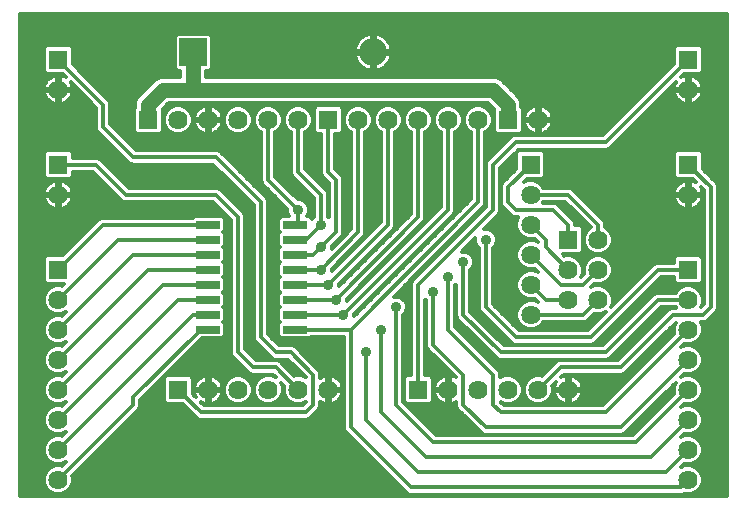
<source format=gtl>
G75*
G70*
%OFA0B0*%
%FSLAX24Y24*%
%IPPOS*%
%LPD*%
%AMOC8*
5,1,8,0,0,1.08239X$1,22.5*
%
%ADD10R,0.0640X0.0640*%
%ADD11C,0.0640*%
%ADD12R,0.0800X0.0250*%
%ADD13R,0.0920X0.0920*%
%ADD14C,0.0920*%
%ADD15C,0.0120*%
%ADD16C,0.0360*%
%ADD17C,0.0500*%
D10*
X005661Y003911D03*
X001661Y007911D03*
X001661Y011411D03*
X004661Y012911D03*
X001661Y014911D03*
X010661Y012911D03*
X016661Y012911D03*
X017411Y011411D03*
X018661Y008911D03*
X022661Y007911D03*
X022661Y011411D03*
X022661Y014911D03*
X013661Y003911D03*
D11*
X014661Y003911D03*
X015661Y003911D03*
X016661Y003911D03*
X017661Y003911D03*
X018661Y003911D03*
X017411Y006411D03*
X018661Y006911D03*
X019661Y006911D03*
X019661Y007911D03*
X018661Y007911D03*
X017411Y007411D03*
X017411Y008411D03*
X017411Y009411D03*
X017411Y010411D03*
X019661Y008911D03*
X022661Y010411D03*
X022661Y006911D03*
X022661Y005911D03*
X022661Y004911D03*
X022661Y003911D03*
X022661Y002911D03*
X022661Y001911D03*
X022661Y000911D03*
X010661Y003911D03*
X009661Y003911D03*
X008661Y003911D03*
X007661Y003911D03*
X006661Y003911D03*
X001661Y003911D03*
X001661Y002911D03*
X001661Y001911D03*
X001661Y000911D03*
X001661Y004911D03*
X001661Y005911D03*
X001661Y006911D03*
X001661Y010411D03*
X005661Y012911D03*
X006661Y012911D03*
X007661Y012911D03*
X008661Y012911D03*
X009661Y012911D03*
X011661Y012911D03*
X012661Y012911D03*
X013661Y012911D03*
X014661Y012911D03*
X015661Y012911D03*
X017661Y012911D03*
X022661Y013911D03*
X001661Y013911D03*
D12*
X006661Y009411D03*
X006661Y008911D03*
X006661Y008411D03*
X006661Y007911D03*
X006661Y007411D03*
X006661Y006911D03*
X006661Y006411D03*
X006661Y005911D03*
X009561Y005911D03*
X009561Y006411D03*
X009561Y006911D03*
X009561Y007411D03*
X009561Y007911D03*
X009561Y008411D03*
X009561Y008911D03*
X009561Y009411D03*
D13*
X006161Y015161D03*
D14*
X012161Y015161D03*
D15*
X000371Y016451D02*
X000371Y000371D01*
X023944Y000371D01*
X023951Y016451D01*
X000371Y016451D01*
X000371Y016402D02*
X023951Y016402D01*
X023951Y016283D02*
X000371Y016283D01*
X000371Y016165D02*
X023951Y016165D01*
X023951Y016046D02*
X000371Y016046D01*
X000371Y015928D02*
X023951Y015928D01*
X023951Y015809D02*
X000371Y015809D01*
X000371Y015690D02*
X005544Y015690D01*
X005541Y015688D02*
X005541Y014635D01*
X005635Y014541D01*
X005731Y014541D01*
X005731Y014341D01*
X005076Y014341D01*
X004918Y014276D01*
X004797Y014155D01*
X004297Y013655D01*
X004231Y013497D01*
X004231Y013347D01*
X004181Y013298D01*
X004181Y012525D01*
X004275Y012431D01*
X005048Y012431D01*
X005141Y012525D01*
X005141Y013283D01*
X005339Y013481D01*
X006076Y013481D01*
X015983Y013481D01*
X016181Y013283D01*
X016181Y012525D01*
X016275Y012431D01*
X017048Y012431D01*
X017141Y012525D01*
X017141Y013298D01*
X017091Y013347D01*
X017091Y013497D01*
X017026Y013655D01*
X016905Y013776D01*
X016405Y014276D01*
X016247Y014341D01*
X016076Y014341D01*
X006591Y014341D01*
X006591Y014541D01*
X006688Y014541D01*
X006781Y014635D01*
X006781Y015688D01*
X006688Y015781D01*
X005635Y015781D01*
X005541Y015688D01*
X005541Y015572D02*
X000371Y015572D01*
X000371Y015453D02*
X005541Y015453D01*
X005541Y015335D02*
X002104Y015335D01*
X002141Y015298D02*
X002048Y015391D01*
X001275Y015391D01*
X001181Y015298D01*
X001181Y014525D01*
X001275Y014431D01*
X001802Y014431D01*
X001910Y014323D01*
X001846Y014356D01*
X001774Y014379D01*
X001704Y014390D01*
X001704Y013954D01*
X002140Y013954D01*
X002129Y014024D01*
X002106Y014096D01*
X002073Y014160D01*
X002921Y013312D01*
X002921Y012614D01*
X002958Y012525D01*
X003025Y012458D01*
X003958Y011525D01*
X004025Y011458D01*
X004114Y011421D01*
X006812Y011421D01*
X008171Y010062D01*
X008171Y005614D01*
X007901Y005614D01*
X007901Y005496D02*
X008237Y005496D01*
X008208Y005525D02*
X008275Y005458D01*
X008775Y004958D01*
X008864Y004921D01*
X008959Y004921D01*
X009312Y004921D01*
X009902Y004331D01*
X009757Y004391D01*
X009566Y004391D01*
X009534Y004378D01*
X009047Y004865D01*
X008959Y004901D01*
X008864Y004901D01*
X008261Y004901D01*
X007901Y005261D01*
X007901Y009614D01*
X007901Y009709D01*
X007865Y009797D01*
X007115Y010547D01*
X007047Y010615D01*
X006959Y010651D01*
X004011Y010651D01*
X003047Y011615D01*
X002959Y011651D01*
X002864Y011651D01*
X002141Y011651D01*
X002141Y011798D01*
X002048Y011891D01*
X001275Y011891D01*
X001181Y011798D01*
X001181Y011025D01*
X001275Y010931D01*
X002048Y010931D01*
X002141Y011025D01*
X002141Y011171D01*
X002812Y011171D01*
X003708Y010275D01*
X003775Y010208D01*
X003864Y010171D01*
X006812Y010171D01*
X007421Y009562D01*
X007421Y005114D01*
X007458Y005025D01*
X007525Y004958D01*
X007958Y004525D01*
X008025Y004458D01*
X008114Y004421D01*
X008812Y004421D01*
X008902Y004331D01*
X008757Y004391D01*
X008566Y004391D01*
X008389Y004318D01*
X008254Y004183D01*
X008181Y004007D01*
X008181Y003816D01*
X008254Y003639D01*
X008389Y003504D01*
X008566Y003431D01*
X008757Y003431D01*
X008933Y003504D01*
X009068Y003639D01*
X009141Y003816D01*
X009141Y004007D01*
X009081Y004152D01*
X009194Y004039D01*
X009181Y004007D01*
X009181Y003816D01*
X009254Y003639D01*
X009389Y003504D01*
X009566Y003431D01*
X009757Y003431D01*
X009902Y003491D01*
X009812Y003401D01*
X006511Y003401D01*
X006413Y003499D01*
X006477Y003466D01*
X006549Y003443D01*
X006619Y003432D01*
X006619Y003869D01*
X006182Y003869D01*
X006193Y003799D01*
X006216Y003727D01*
X006249Y003663D01*
X006141Y003771D01*
X006141Y004298D01*
X006048Y004391D01*
X005275Y004391D01*
X005181Y004298D01*
X005181Y003525D01*
X005275Y003431D01*
X005802Y003431D01*
X006275Y002958D01*
X006364Y002921D01*
X006459Y002921D01*
X009959Y002921D01*
X010047Y002958D01*
X010115Y003025D01*
X010365Y003275D01*
X010401Y003364D01*
X010401Y003459D01*
X010401Y003507D01*
X010410Y003501D01*
X010477Y003466D01*
X010549Y003443D01*
X010619Y003432D01*
X010619Y003869D01*
X010704Y003869D01*
X010704Y003954D01*
X011140Y003954D01*
X011129Y004024D01*
X011106Y004096D01*
X011072Y004163D01*
X011027Y004224D01*
X010974Y004277D01*
X010913Y004322D01*
X010846Y004356D01*
X010774Y004379D01*
X010704Y004390D01*
X010704Y003954D01*
X010619Y003954D01*
X010619Y004390D01*
X010549Y004379D01*
X010477Y004356D01*
X010410Y004322D01*
X010401Y004316D01*
X010401Y004459D01*
X010365Y004547D01*
X010297Y004615D01*
X009615Y005297D01*
X009547Y005365D01*
X009459Y005401D01*
X009011Y005401D01*
X008651Y005761D01*
X008651Y010209D01*
X008615Y010297D01*
X008547Y010365D01*
X007047Y011865D01*
X006959Y011901D01*
X006864Y011901D01*
X004261Y011901D01*
X003401Y012761D01*
X003401Y013364D01*
X003401Y013459D01*
X003365Y013547D01*
X002141Y014771D01*
X002141Y015298D01*
X002141Y015216D02*
X005541Y015216D01*
X005541Y015098D02*
X002141Y015098D01*
X002141Y014979D02*
X005541Y014979D01*
X005541Y014861D02*
X002141Y014861D01*
X002170Y014742D02*
X005541Y014742D01*
X005553Y014624D02*
X002288Y014624D01*
X002407Y014505D02*
X005731Y014505D01*
X005731Y014386D02*
X002525Y014386D01*
X002644Y014268D02*
X004910Y014268D01*
X004791Y014149D02*
X002763Y014149D01*
X002881Y014031D02*
X004673Y014031D01*
X004554Y013912D02*
X003000Y013912D01*
X003118Y013794D02*
X004436Y013794D01*
X004317Y013675D02*
X003237Y013675D01*
X003355Y013557D02*
X004256Y013557D01*
X004231Y013438D02*
X003401Y013438D01*
X003401Y013320D02*
X004203Y013320D01*
X004181Y013201D02*
X003401Y013201D01*
X003401Y013082D02*
X004181Y013082D01*
X004181Y012964D02*
X003401Y012964D01*
X003401Y012845D02*
X004181Y012845D01*
X004181Y012727D02*
X003435Y012727D01*
X003554Y012608D02*
X004181Y012608D01*
X004216Y012490D02*
X003672Y012490D01*
X003791Y012371D02*
X008421Y012371D01*
X008421Y012253D02*
X003909Y012253D01*
X004028Y012134D02*
X008421Y012134D01*
X008421Y012016D02*
X004146Y012016D01*
X004161Y011661D02*
X006911Y011661D01*
X008411Y010161D01*
X008411Y005661D01*
X008911Y005161D01*
X009411Y005161D01*
X010161Y004411D01*
X010161Y003411D01*
X009911Y003161D01*
X006411Y003161D01*
X005661Y003911D01*
X005181Y003955D02*
X004794Y003955D01*
X004913Y004073D02*
X005181Y004073D01*
X005181Y004192D02*
X005031Y004192D01*
X005150Y004310D02*
X005194Y004310D01*
X005268Y004429D02*
X008095Y004429D01*
X007941Y004310D02*
X008381Y004310D01*
X008263Y004192D02*
X008060Y004192D01*
X008068Y004183D02*
X007933Y004318D01*
X007757Y004391D01*
X007566Y004391D01*
X007389Y004318D01*
X007254Y004183D01*
X007181Y004007D01*
X007181Y003816D01*
X007254Y003639D01*
X007389Y003504D01*
X007566Y003431D01*
X007757Y003431D01*
X007933Y003504D01*
X008068Y003639D01*
X008141Y003816D01*
X008141Y004007D01*
X008068Y004183D01*
X008114Y004073D02*
X008209Y004073D01*
X008181Y003955D02*
X008141Y003955D01*
X008141Y003836D02*
X008181Y003836D01*
X008222Y003718D02*
X008101Y003718D01*
X008028Y003599D02*
X008295Y003599D01*
X008447Y003480D02*
X007876Y003480D01*
X007447Y003480D02*
X006873Y003480D01*
X006846Y003466D02*
X006913Y003501D01*
X006974Y003545D01*
X007027Y003599D01*
X007072Y003660D01*
X007106Y003727D01*
X007129Y003799D01*
X007140Y003869D01*
X006704Y003869D01*
X006704Y003954D01*
X006619Y003954D01*
X006619Y004390D01*
X006549Y004379D01*
X006477Y004356D01*
X006410Y004322D01*
X006349Y004277D01*
X006295Y004224D01*
X006251Y004163D01*
X006216Y004096D01*
X006193Y004024D01*
X006182Y003954D01*
X006619Y003954D01*
X006619Y003869D01*
X006704Y003869D01*
X006704Y003432D01*
X006774Y003443D01*
X006846Y003466D01*
X006704Y003480D02*
X006619Y003480D01*
X006619Y003599D02*
X006704Y003599D01*
X006704Y003718D02*
X006619Y003718D01*
X006619Y003836D02*
X006704Y003836D01*
X006704Y003954D02*
X007140Y003954D01*
X007129Y004024D01*
X007106Y004096D01*
X007072Y004163D01*
X007027Y004224D01*
X006974Y004277D01*
X006913Y004322D01*
X006846Y004356D01*
X006774Y004379D01*
X006704Y004390D01*
X006704Y003954D01*
X006704Y003955D02*
X006619Y003955D01*
X006619Y004073D02*
X006704Y004073D01*
X006704Y004192D02*
X006619Y004192D01*
X006619Y004310D02*
X006704Y004310D01*
X006929Y004310D02*
X007381Y004310D01*
X007263Y004192D02*
X007051Y004192D01*
X007113Y004073D02*
X007209Y004073D01*
X007181Y003955D02*
X007140Y003955D01*
X007135Y003836D02*
X007181Y003836D01*
X007222Y003718D02*
X007101Y003718D01*
X007028Y003599D02*
X007295Y003599D01*
X006449Y003480D02*
X006431Y003480D01*
X006221Y003718D02*
X006194Y003718D01*
X006187Y003836D02*
X006141Y003836D01*
X006141Y003955D02*
X006182Y003955D01*
X006209Y004073D02*
X006141Y004073D01*
X006141Y004192D02*
X006272Y004192D01*
X006394Y004310D02*
X006128Y004310D01*
X005624Y004784D02*
X007699Y004784D01*
X007817Y004666D02*
X005505Y004666D01*
X005387Y004547D02*
X007936Y004547D01*
X008161Y004661D02*
X008911Y004661D01*
X009661Y003911D01*
X009222Y003718D02*
X009101Y003718D01*
X009141Y003836D02*
X009181Y003836D01*
X009181Y003955D02*
X009141Y003955D01*
X009160Y004073D02*
X009114Y004073D01*
X009483Y004429D02*
X009804Y004429D01*
X009686Y004547D02*
X009365Y004547D01*
X009246Y004666D02*
X009567Y004666D01*
X009449Y004784D02*
X009127Y004784D01*
X009330Y004903D02*
X008259Y004903D01*
X008140Y005022D02*
X008712Y005022D01*
X008593Y005140D02*
X008022Y005140D01*
X007903Y005259D02*
X008474Y005259D01*
X008356Y005377D02*
X007901Y005377D01*
X007661Y005161D02*
X007661Y009661D01*
X006911Y010411D01*
X003911Y010411D01*
X002911Y011411D01*
X001661Y011411D01*
X001181Y011423D02*
X000371Y011423D01*
X000371Y011541D02*
X001181Y011541D01*
X001181Y011660D02*
X000371Y011660D01*
X000371Y011779D02*
X001181Y011779D01*
X001181Y011304D02*
X000371Y011304D01*
X000371Y011186D02*
X001181Y011186D01*
X001181Y011067D02*
X000371Y011067D01*
X000371Y010949D02*
X001258Y010949D01*
X001349Y010777D02*
X001295Y010724D01*
X001251Y010663D01*
X001216Y010596D01*
X001193Y010524D01*
X001182Y010454D01*
X001619Y010454D01*
X001619Y010890D01*
X001549Y010879D01*
X001477Y010856D01*
X001410Y010822D01*
X001349Y010777D01*
X001286Y010712D02*
X000371Y010712D01*
X000371Y010830D02*
X001426Y010830D01*
X001619Y010830D02*
X001704Y010830D01*
X001704Y010890D02*
X001774Y010879D01*
X001846Y010856D01*
X001913Y010822D01*
X001974Y010777D01*
X002027Y010724D01*
X002072Y010663D01*
X002106Y010596D01*
X002129Y010524D01*
X002140Y010454D01*
X001704Y010454D01*
X001704Y010369D01*
X002140Y010369D01*
X002129Y010299D01*
X002106Y010227D01*
X002072Y010160D01*
X002027Y010099D01*
X001974Y010045D01*
X001913Y010001D01*
X001846Y009966D01*
X001774Y009943D01*
X001704Y009932D01*
X001704Y010369D01*
X001619Y010369D01*
X001619Y009932D01*
X001549Y009943D01*
X001477Y009966D01*
X001410Y010001D01*
X001349Y010045D01*
X001295Y010099D01*
X001251Y010160D01*
X001216Y010227D01*
X001193Y010299D01*
X001182Y010369D01*
X001619Y010369D01*
X001619Y010454D01*
X001704Y010454D01*
X001704Y010890D01*
X001704Y010712D02*
X001619Y010712D01*
X001619Y010593D02*
X001704Y010593D01*
X001704Y010475D02*
X001619Y010475D01*
X001619Y010356D02*
X001704Y010356D01*
X001704Y010237D02*
X001619Y010237D01*
X001619Y010119D02*
X001704Y010119D01*
X001704Y010000D02*
X001619Y010000D01*
X001410Y010000D02*
X000371Y010000D01*
X000371Y009882D02*
X007101Y009882D01*
X006983Y010000D02*
X001912Y010000D01*
X002042Y010119D02*
X006864Y010119D01*
X007187Y010475D02*
X007759Y010475D01*
X007640Y010593D02*
X007069Y010593D01*
X007306Y010356D02*
X007877Y010356D01*
X007996Y010237D02*
X007424Y010237D01*
X007543Y010119D02*
X008114Y010119D01*
X008171Y010000D02*
X007662Y010000D01*
X007780Y009882D02*
X008171Y009882D01*
X008171Y009763D02*
X007879Y009763D01*
X007901Y009645D02*
X008171Y009645D01*
X008171Y009526D02*
X007901Y009526D01*
X007901Y009408D02*
X008171Y009408D01*
X008171Y009289D02*
X007901Y009289D01*
X007901Y009171D02*
X008171Y009171D01*
X008171Y009052D02*
X007901Y009052D01*
X007901Y008933D02*
X008171Y008933D01*
X008171Y008815D02*
X007901Y008815D01*
X007901Y008696D02*
X008171Y008696D01*
X008171Y008578D02*
X007901Y008578D01*
X007901Y008459D02*
X008171Y008459D01*
X008171Y008341D02*
X007901Y008341D01*
X007901Y008222D02*
X008171Y008222D01*
X008171Y008104D02*
X007901Y008104D01*
X007901Y007985D02*
X008171Y007985D01*
X008171Y007867D02*
X007901Y007867D01*
X007901Y007748D02*
X008171Y007748D01*
X008171Y007629D02*
X007901Y007629D01*
X007901Y007511D02*
X008171Y007511D01*
X008171Y007392D02*
X007901Y007392D01*
X007901Y007274D02*
X008171Y007274D01*
X008171Y007155D02*
X007901Y007155D01*
X007901Y007037D02*
X008171Y007037D01*
X008171Y006918D02*
X007901Y006918D01*
X007901Y006800D02*
X008171Y006800D01*
X008171Y006681D02*
X007901Y006681D01*
X007901Y006563D02*
X008171Y006563D01*
X008171Y006444D02*
X007901Y006444D01*
X007901Y006326D02*
X008171Y006326D01*
X008171Y006207D02*
X007901Y006207D01*
X007901Y006088D02*
X008171Y006088D01*
X008171Y005970D02*
X007901Y005970D01*
X007901Y005851D02*
X008171Y005851D01*
X008171Y005733D02*
X007901Y005733D01*
X008171Y005614D02*
X008208Y005525D01*
X008679Y005733D02*
X009001Y005733D01*
X009001Y005720D02*
X009095Y005626D01*
X010028Y005626D01*
X010072Y005671D01*
X011171Y005671D01*
X011171Y002614D01*
X011208Y002525D01*
X011275Y002458D01*
X013275Y000458D01*
X013364Y000421D01*
X013459Y000421D01*
X022459Y000421D01*
X022524Y000448D01*
X022566Y000431D01*
X022757Y000431D01*
X022933Y000504D01*
X023068Y000639D01*
X023141Y000816D01*
X023141Y001007D01*
X023068Y001183D01*
X022933Y001318D01*
X022757Y001391D01*
X022566Y001391D01*
X022420Y001331D01*
X022534Y001444D01*
X022566Y001431D01*
X022757Y001431D01*
X022933Y001504D01*
X023068Y001639D01*
X023141Y001816D01*
X023141Y002007D01*
X023068Y002183D01*
X022933Y002318D01*
X022757Y002391D01*
X022566Y002391D01*
X022420Y002331D01*
X022534Y002444D01*
X022566Y002431D01*
X022757Y002431D01*
X022933Y002504D01*
X023068Y002639D01*
X023141Y002816D01*
X023141Y003007D01*
X023068Y003183D01*
X022933Y003318D01*
X022757Y003391D01*
X022566Y003391D01*
X022420Y003331D01*
X022534Y003444D01*
X022566Y003431D01*
X022757Y003431D01*
X022933Y003504D01*
X023068Y003639D01*
X023141Y003816D01*
X023141Y004007D01*
X023068Y004183D01*
X022933Y004318D01*
X022757Y004391D01*
X022566Y004391D01*
X022420Y004331D01*
X022534Y004444D01*
X022566Y004431D01*
X022757Y004431D01*
X022933Y004504D01*
X023068Y004639D01*
X023141Y004816D01*
X023141Y005007D01*
X023068Y005183D01*
X022933Y005318D01*
X022757Y005391D01*
X022566Y005391D01*
X022420Y005331D01*
X022534Y005444D01*
X022566Y005431D01*
X022757Y005431D01*
X022933Y005504D01*
X023068Y005639D01*
X023141Y005816D01*
X023141Y006007D01*
X023073Y006171D01*
X023114Y006171D01*
X023209Y006171D01*
X023297Y006208D01*
X023547Y006458D01*
X023615Y006525D01*
X023651Y006614D01*
X023651Y010614D01*
X023651Y010709D01*
X023615Y010797D01*
X023141Y011271D01*
X023141Y011798D01*
X023048Y011891D01*
X022275Y011891D01*
X022181Y011798D01*
X022181Y011025D01*
X022275Y010931D01*
X022802Y010931D01*
X022910Y010823D01*
X022846Y010856D01*
X022774Y010879D01*
X022704Y010890D01*
X022704Y010454D01*
X023140Y010454D01*
X023129Y010524D01*
X023106Y010596D01*
X023073Y010660D01*
X023171Y010562D01*
X023171Y006761D01*
X023081Y006670D01*
X023141Y006816D01*
X023141Y007007D01*
X023068Y007183D01*
X022933Y007318D01*
X022757Y007391D01*
X022566Y007391D01*
X022389Y007318D01*
X022254Y007183D01*
X022241Y007151D01*
X021709Y007151D01*
X021614Y007151D01*
X021525Y007115D01*
X019812Y005401D01*
X016511Y005401D01*
X015401Y006511D01*
X015401Y007892D01*
X015466Y007957D01*
X015521Y008090D01*
X015521Y008233D01*
X015466Y008365D01*
X015365Y008466D01*
X015233Y008521D01*
X015111Y008521D01*
X015551Y008962D01*
X015551Y008840D01*
X015606Y008707D01*
X015671Y008642D01*
X015671Y006614D01*
X015708Y006525D01*
X015775Y006458D01*
X016775Y005458D01*
X016864Y005421D01*
X016959Y005421D01*
X019459Y005421D01*
X019547Y005458D01*
X019615Y005525D01*
X021761Y007671D01*
X022181Y007671D01*
X022181Y007525D01*
X022275Y007431D01*
X023048Y007431D01*
X023141Y007525D01*
X023141Y008298D01*
X023048Y008391D01*
X022275Y008391D01*
X022181Y008298D01*
X022181Y008151D01*
X021709Y008151D01*
X021614Y008151D01*
X021525Y008115D01*
X020081Y006670D01*
X020141Y006816D01*
X020141Y007007D01*
X020068Y007183D01*
X019933Y007318D01*
X019757Y007391D01*
X019566Y007391D01*
X019420Y007331D01*
X019534Y007444D01*
X019566Y007431D01*
X019757Y007431D01*
X019933Y007504D01*
X020068Y007639D01*
X020141Y007816D01*
X020141Y008007D01*
X020068Y008183D01*
X019933Y008318D01*
X019757Y008391D01*
X019566Y008391D01*
X019389Y008318D01*
X019254Y008183D01*
X019181Y008007D01*
X019181Y007816D01*
X019194Y007784D01*
X019081Y007670D01*
X019141Y007816D01*
X019141Y008007D01*
X019068Y008183D01*
X018933Y008318D01*
X018757Y008391D01*
X018566Y008391D01*
X018534Y008378D01*
X018481Y008431D01*
X019048Y008431D01*
X019141Y008525D01*
X019141Y009298D01*
X019048Y009391D01*
X018901Y009391D01*
X018901Y009459D01*
X018865Y009547D01*
X018365Y010047D01*
X018297Y010115D01*
X018209Y010151D01*
X017823Y010151D01*
X017831Y010171D01*
X018562Y010171D01*
X019407Y009326D01*
X019389Y009318D01*
X019254Y009183D01*
X019181Y009007D01*
X019181Y008816D01*
X019254Y008639D01*
X019389Y008504D01*
X019566Y008431D01*
X019757Y008431D01*
X019933Y008504D01*
X020068Y008639D01*
X020141Y008816D01*
X020141Y009007D01*
X020068Y009183D01*
X019933Y009318D01*
X019901Y009331D01*
X019901Y009459D01*
X019865Y009547D01*
X019797Y009615D01*
X018797Y010615D01*
X018709Y010651D01*
X018614Y010651D01*
X017831Y010651D01*
X017818Y010683D01*
X017683Y010818D01*
X017507Y010891D01*
X017316Y010891D01*
X017170Y010831D01*
X017271Y010931D01*
X017798Y010931D01*
X017891Y011025D01*
X017891Y011798D01*
X017798Y011891D01*
X017025Y011891D01*
X016931Y011798D01*
X016931Y011271D01*
X016458Y010797D01*
X016421Y010709D01*
X016421Y010614D01*
X016421Y010114D01*
X016458Y010025D01*
X016525Y009958D01*
X016775Y009708D01*
X016864Y009671D01*
X016959Y009671D01*
X016999Y009671D01*
X016931Y009507D01*
X016931Y009316D01*
X017004Y009139D01*
X017139Y009004D01*
X017316Y008931D01*
X017507Y008931D01*
X017539Y008944D01*
X017652Y008831D01*
X017507Y008891D01*
X017316Y008891D01*
X017139Y008818D01*
X017004Y008683D01*
X016931Y008507D01*
X016931Y008316D01*
X017004Y008139D01*
X017139Y008004D01*
X017316Y007931D01*
X017507Y007931D01*
X017539Y007944D01*
X017652Y007831D01*
X017507Y007891D01*
X017316Y007891D01*
X017139Y007818D01*
X017004Y007683D01*
X016931Y007507D01*
X016931Y007316D01*
X017004Y007139D01*
X017139Y007004D01*
X017316Y006931D01*
X017507Y006931D01*
X017539Y006944D01*
X017652Y006831D01*
X017507Y006891D01*
X017316Y006891D01*
X017139Y006818D01*
X017004Y006683D01*
X016931Y006507D01*
X016931Y006316D01*
X017004Y006139D01*
X017139Y006004D01*
X017316Y005931D01*
X017507Y005931D01*
X017683Y006004D01*
X017818Y006139D01*
X017831Y006171D01*
X019114Y006171D01*
X019209Y006171D01*
X019297Y006208D01*
X019534Y006444D01*
X019566Y006431D01*
X019757Y006431D01*
X019902Y006491D01*
X019312Y005901D01*
X017011Y005901D01*
X016151Y006761D01*
X016151Y008642D01*
X016216Y008707D01*
X016271Y008840D01*
X016271Y008983D01*
X016216Y009115D01*
X016115Y009216D01*
X015983Y009271D01*
X015861Y009271D01*
X016365Y009775D01*
X016401Y009864D01*
X016401Y009959D01*
X016401Y011312D01*
X017011Y011921D01*
X019864Y011921D01*
X019959Y011921D01*
X020047Y011958D01*
X022249Y014160D01*
X022216Y014096D01*
X022193Y014024D01*
X022182Y013954D01*
X022619Y013954D01*
X022619Y014390D01*
X022549Y014379D01*
X022477Y014356D01*
X022413Y014323D01*
X022521Y014431D01*
X023048Y014431D01*
X023141Y014525D01*
X023141Y015298D01*
X023048Y015391D01*
X022275Y015391D01*
X022181Y015298D01*
X022181Y014771D01*
X019812Y012401D01*
X016864Y012401D01*
X016775Y012365D01*
X016708Y012297D01*
X016025Y011615D01*
X015958Y011547D01*
X015921Y011459D01*
X015921Y010011D01*
X013458Y007547D01*
X013421Y007459D01*
X013421Y007364D01*
X013421Y004391D01*
X013275Y004391D01*
X013181Y004298D01*
X013181Y003525D01*
X013275Y003431D01*
X014048Y003431D01*
X014141Y003525D01*
X014141Y004298D01*
X014048Y004391D01*
X013901Y004391D01*
X013901Y006912D01*
X013921Y006892D01*
X013921Y005459D01*
X013921Y005364D01*
X013958Y005275D01*
X014910Y004323D01*
X014846Y004356D01*
X014774Y004379D01*
X014704Y004390D01*
X014704Y003954D01*
X014619Y003954D01*
X014619Y004390D01*
X014549Y004379D01*
X014477Y004356D01*
X014410Y004322D01*
X014349Y004277D01*
X014295Y004224D01*
X014251Y004163D01*
X014216Y004096D01*
X014193Y004024D01*
X014182Y003954D01*
X014619Y003954D01*
X014619Y003869D01*
X014704Y003869D01*
X014704Y003432D01*
X014774Y003443D01*
X014846Y003466D01*
X014913Y003501D01*
X014921Y003507D01*
X014921Y003364D01*
X014958Y003275D01*
X015025Y003208D01*
X015775Y002458D01*
X015864Y002421D01*
X015959Y002421D01*
X020459Y002421D01*
X020547Y002458D01*
X020615Y002525D01*
X022241Y004152D01*
X022181Y004007D01*
X022181Y003816D01*
X022194Y003784D01*
X020812Y002401D01*
X014261Y002401D01*
X013151Y003511D01*
X013151Y006392D01*
X013216Y006457D01*
X013271Y006590D01*
X013271Y006733D01*
X013216Y006865D01*
X013115Y006966D01*
X012983Y007021D01*
X012861Y007021D01*
X015797Y009958D01*
X015865Y010025D01*
X015901Y010114D01*
X015901Y012491D01*
X015933Y012504D01*
X016068Y012639D01*
X016141Y012816D01*
X016141Y013007D01*
X016068Y013183D01*
X015933Y013318D01*
X015757Y013391D01*
X015566Y013391D01*
X015389Y013318D01*
X015254Y013183D01*
X015181Y013007D01*
X015181Y012816D01*
X015254Y012639D01*
X015389Y012504D01*
X015421Y012491D01*
X015421Y010261D01*
X011521Y006361D01*
X011521Y006432D01*
X014797Y009708D01*
X014865Y009775D01*
X014901Y009864D01*
X014901Y012491D01*
X014933Y012504D01*
X015068Y012639D01*
X015141Y012816D01*
X015141Y013007D01*
X015068Y013183D01*
X014933Y013318D01*
X014757Y013391D01*
X014566Y013391D01*
X014389Y013318D01*
X014254Y013183D01*
X014181Y013007D01*
X014181Y012816D01*
X014254Y012639D01*
X014389Y012504D01*
X014421Y012491D01*
X014421Y010011D01*
X011271Y006861D01*
X011271Y006932D01*
X013797Y009458D01*
X013797Y009458D01*
X013865Y009525D01*
X013901Y009614D01*
X013901Y012491D01*
X013933Y012504D01*
X014068Y012639D01*
X014141Y012816D01*
X014141Y013007D01*
X014068Y013183D01*
X013933Y013318D01*
X013757Y013391D01*
X013566Y013391D01*
X013389Y013318D01*
X013254Y013183D01*
X013181Y013007D01*
X013181Y012816D01*
X013254Y012639D01*
X013389Y012504D01*
X013421Y012491D01*
X013421Y009761D01*
X011021Y007361D01*
X011021Y007432D01*
X012797Y009208D01*
X012865Y009275D01*
X012901Y009364D01*
X012901Y012491D01*
X012933Y012504D01*
X013068Y012639D01*
X013141Y012816D01*
X013141Y013007D01*
X013068Y013183D01*
X012933Y013318D01*
X012757Y013391D01*
X012566Y013391D01*
X012389Y013318D01*
X012254Y013183D01*
X012181Y013007D01*
X012181Y012816D01*
X012254Y012639D01*
X012389Y012504D01*
X012421Y012491D01*
X012421Y009511D01*
X010771Y007861D01*
X010771Y007932D01*
X011797Y008958D01*
X011865Y009025D01*
X011901Y009114D01*
X011901Y012491D01*
X011933Y012504D01*
X012068Y012639D01*
X012141Y012816D01*
X012141Y013007D01*
X012068Y013183D01*
X011933Y013318D01*
X011757Y013391D01*
X011566Y013391D01*
X011389Y013318D01*
X011254Y013183D01*
X011181Y013007D01*
X011181Y012816D01*
X011254Y012639D01*
X011389Y012504D01*
X011421Y012491D01*
X011421Y009261D01*
X010771Y008611D01*
X010771Y008682D01*
X011047Y008958D01*
X011115Y009025D01*
X011151Y009114D01*
X011151Y010864D01*
X011151Y010959D01*
X011115Y011047D01*
X010901Y011261D01*
X010901Y012431D01*
X011048Y012431D01*
X011141Y012525D01*
X011141Y013298D01*
X011048Y013391D01*
X010275Y013391D01*
X010181Y013298D01*
X010181Y012525D01*
X010275Y012431D01*
X010421Y012431D01*
X010421Y011114D01*
X010458Y011025D01*
X010525Y010958D01*
X010671Y010812D01*
X010671Y009660D01*
X010651Y009680D01*
X010651Y010364D01*
X010651Y010459D01*
X010615Y010547D01*
X009901Y011261D01*
X009901Y012491D01*
X009933Y012504D01*
X010068Y012639D01*
X010141Y012816D01*
X010141Y013007D01*
X010068Y013183D01*
X009933Y013318D01*
X009757Y013391D01*
X009566Y013391D01*
X009389Y013318D01*
X009254Y013183D01*
X009181Y013007D01*
X009181Y012816D01*
X009254Y012639D01*
X009389Y012504D01*
X009421Y012491D01*
X009421Y011114D01*
X009458Y011025D01*
X009525Y010958D01*
X010171Y010312D01*
X010171Y009680D01*
X010107Y009616D01*
X010028Y009696D01*
X009955Y009696D01*
X009966Y009707D01*
X010021Y009840D01*
X010021Y009983D01*
X009966Y010115D01*
X009865Y010216D01*
X009733Y010271D01*
X009641Y010271D01*
X008901Y011011D01*
X008901Y012491D01*
X008933Y012504D01*
X009068Y012639D01*
X009141Y012816D01*
X009141Y013007D01*
X009068Y013183D01*
X008933Y013318D01*
X008757Y013391D01*
X008566Y013391D01*
X008389Y013318D01*
X008254Y013183D01*
X008181Y013007D01*
X008181Y012816D01*
X008254Y012639D01*
X008389Y012504D01*
X008421Y012491D01*
X008421Y010959D01*
X008421Y010864D01*
X008458Y010775D01*
X009301Y009932D01*
X009301Y009840D01*
X009356Y009707D01*
X009367Y009696D01*
X009095Y009696D01*
X009001Y009603D01*
X009001Y009220D01*
X009060Y009161D01*
X009001Y009103D01*
X009001Y008720D01*
X009060Y008661D01*
X009001Y008603D01*
X009001Y008220D01*
X009060Y008161D01*
X009001Y008103D01*
X009001Y007720D01*
X009060Y007661D01*
X009001Y007603D01*
X009001Y007220D01*
X009060Y007161D01*
X009001Y007103D01*
X009001Y006720D01*
X009060Y006661D01*
X009001Y006603D01*
X009001Y006220D01*
X009060Y006161D01*
X009001Y006103D01*
X009001Y005720D01*
X009001Y005851D02*
X008651Y005851D01*
X008651Y005970D02*
X009001Y005970D01*
X009001Y006088D02*
X008651Y006088D01*
X008651Y006207D02*
X009014Y006207D01*
X009001Y006326D02*
X008651Y006326D01*
X008651Y006444D02*
X009001Y006444D01*
X009001Y006563D02*
X008651Y006563D01*
X008651Y006681D02*
X009040Y006681D01*
X009001Y006800D02*
X008651Y006800D01*
X008651Y006918D02*
X009001Y006918D01*
X009001Y007037D02*
X008651Y007037D01*
X008651Y007155D02*
X009054Y007155D01*
X009001Y007274D02*
X008651Y007274D01*
X008651Y007392D02*
X009001Y007392D01*
X009001Y007511D02*
X008651Y007511D01*
X008651Y007629D02*
X009028Y007629D01*
X009001Y007748D02*
X008651Y007748D01*
X008651Y007867D02*
X009001Y007867D01*
X009001Y007985D02*
X008651Y007985D01*
X008651Y008104D02*
X009002Y008104D01*
X009001Y008222D02*
X008651Y008222D01*
X008651Y008341D02*
X009001Y008341D01*
X009001Y008459D02*
X008651Y008459D01*
X008651Y008578D02*
X009001Y008578D01*
X009025Y008696D02*
X008651Y008696D01*
X008651Y008815D02*
X009001Y008815D01*
X009001Y008933D02*
X008651Y008933D01*
X008651Y009052D02*
X009001Y009052D01*
X009051Y009171D02*
X008651Y009171D01*
X008651Y009289D02*
X009001Y009289D01*
X009001Y009408D02*
X008651Y009408D01*
X008651Y009526D02*
X009001Y009526D01*
X009043Y009645D02*
X008651Y009645D01*
X008651Y009763D02*
X009333Y009763D01*
X009301Y009882D02*
X008651Y009882D01*
X008651Y010000D02*
X009233Y010000D01*
X009114Y010119D02*
X008651Y010119D01*
X008639Y010237D02*
X008996Y010237D01*
X008877Y010356D02*
X008556Y010356D01*
X008437Y010475D02*
X008759Y010475D01*
X008640Y010593D02*
X008319Y010593D01*
X008200Y010712D02*
X008521Y010712D01*
X008435Y010830D02*
X008082Y010830D01*
X007963Y010949D02*
X008421Y010949D01*
X008421Y011067D02*
X007845Y011067D01*
X007726Y011186D02*
X008421Y011186D01*
X008421Y011304D02*
X007608Y011304D01*
X007489Y011423D02*
X008421Y011423D01*
X008421Y011541D02*
X007370Y011541D01*
X007252Y011660D02*
X008421Y011660D01*
X008421Y011779D02*
X007133Y011779D01*
X006969Y011897D02*
X008421Y011897D01*
X008901Y011897D02*
X009421Y011897D01*
X009421Y011779D02*
X008901Y011779D01*
X008901Y011660D02*
X009421Y011660D01*
X009421Y011541D02*
X008901Y011541D01*
X008901Y011423D02*
X009421Y011423D01*
X009421Y011304D02*
X008901Y011304D01*
X008901Y011186D02*
X009421Y011186D01*
X009440Y011067D02*
X008901Y011067D01*
X008963Y010949D02*
X009534Y010949D01*
X009653Y010830D02*
X009082Y010830D01*
X009200Y010712D02*
X009771Y010712D01*
X009890Y010593D02*
X009319Y010593D01*
X009437Y010475D02*
X010009Y010475D01*
X010127Y010356D02*
X009556Y010356D01*
X009814Y010237D02*
X010171Y010237D01*
X010171Y010119D02*
X009963Y010119D01*
X010014Y010000D02*
X010171Y010000D01*
X010171Y009882D02*
X010021Y009882D01*
X009990Y009763D02*
X010171Y009763D01*
X010136Y009645D02*
X010079Y009645D01*
X010411Y009411D02*
X010411Y010411D01*
X009661Y011161D01*
X009661Y012911D01*
X009218Y012727D02*
X009104Y012727D01*
X009141Y012845D02*
X009181Y012845D01*
X009181Y012964D02*
X009141Y012964D01*
X009110Y013082D02*
X009213Y013082D01*
X009272Y013201D02*
X009050Y013201D01*
X008930Y013320D02*
X009393Y013320D01*
X009930Y013320D02*
X010203Y013320D01*
X010181Y013201D02*
X010050Y013201D01*
X010110Y013082D02*
X010181Y013082D01*
X010181Y012964D02*
X010141Y012964D01*
X010141Y012845D02*
X010181Y012845D01*
X010181Y012727D02*
X010104Y012727D01*
X010037Y012608D02*
X010181Y012608D01*
X010216Y012490D02*
X009901Y012490D01*
X009901Y012371D02*
X010421Y012371D01*
X010421Y012253D02*
X009901Y012253D01*
X009901Y012134D02*
X010421Y012134D01*
X010421Y012016D02*
X009901Y012016D01*
X009901Y011897D02*
X010421Y011897D01*
X010421Y011779D02*
X009901Y011779D01*
X009901Y011660D02*
X010421Y011660D01*
X010421Y011541D02*
X009901Y011541D01*
X009901Y011423D02*
X010421Y011423D01*
X010421Y011304D02*
X009901Y011304D01*
X009976Y011186D02*
X010421Y011186D01*
X010440Y011067D02*
X010095Y011067D01*
X010213Y010949D02*
X010534Y010949D01*
X010653Y010830D02*
X010332Y010830D01*
X010450Y010712D02*
X010671Y010712D01*
X010671Y010593D02*
X010569Y010593D01*
X010645Y010475D02*
X010671Y010475D01*
X010671Y010356D02*
X010651Y010356D01*
X010651Y010237D02*
X010671Y010237D01*
X010671Y010119D02*
X010651Y010119D01*
X010651Y010000D02*
X010671Y010000D01*
X010671Y009882D02*
X010651Y009882D01*
X010651Y009763D02*
X010671Y009763D01*
X010411Y009411D02*
X009911Y008911D01*
X009561Y008911D01*
X009561Y008411D02*
X010161Y008411D01*
X010411Y008661D01*
X010911Y009161D01*
X010911Y010911D01*
X010661Y011161D01*
X010661Y012911D01*
X011141Y012964D02*
X011181Y012964D01*
X011181Y012845D02*
X011141Y012845D01*
X011141Y012727D02*
X011218Y012727D01*
X011285Y012608D02*
X011141Y012608D01*
X011106Y012490D02*
X011421Y012490D01*
X011421Y012371D02*
X010901Y012371D01*
X010901Y012253D02*
X011421Y012253D01*
X011421Y012134D02*
X010901Y012134D01*
X010901Y012016D02*
X011421Y012016D01*
X011421Y011897D02*
X010901Y011897D01*
X010901Y011779D02*
X011421Y011779D01*
X011421Y011660D02*
X010901Y011660D01*
X010901Y011541D02*
X011421Y011541D01*
X011421Y011423D02*
X010901Y011423D01*
X010901Y011304D02*
X011421Y011304D01*
X011421Y011186D02*
X010976Y011186D01*
X011095Y011067D02*
X011421Y011067D01*
X011421Y010949D02*
X011151Y010949D01*
X011151Y010830D02*
X011421Y010830D01*
X011421Y010712D02*
X011151Y010712D01*
X011151Y010593D02*
X011421Y010593D01*
X011421Y010475D02*
X011151Y010475D01*
X011151Y010356D02*
X011421Y010356D01*
X011421Y010237D02*
X011151Y010237D01*
X011151Y010119D02*
X011421Y010119D01*
X011421Y010000D02*
X011151Y010000D01*
X011151Y009882D02*
X011421Y009882D01*
X011421Y009763D02*
X011151Y009763D01*
X011151Y009645D02*
X011421Y009645D01*
X011421Y009526D02*
X011151Y009526D01*
X011151Y009408D02*
X011421Y009408D01*
X011421Y009289D02*
X011151Y009289D01*
X011151Y009171D02*
X011331Y009171D01*
X011213Y009052D02*
X011126Y009052D01*
X011094Y008933D02*
X011023Y008933D01*
X010976Y008815D02*
X010904Y008815D01*
X010857Y008696D02*
X010786Y008696D01*
X011180Y008341D02*
X011251Y008341D01*
X011299Y008459D02*
X011370Y008459D01*
X011417Y008578D02*
X011488Y008578D01*
X011536Y008696D02*
X011607Y008696D01*
X011654Y008815D02*
X011726Y008815D01*
X011773Y008933D02*
X011844Y008933D01*
X011876Y009052D02*
X011963Y009052D01*
X011901Y009171D02*
X012081Y009171D01*
X012200Y009289D02*
X011901Y009289D01*
X011901Y009408D02*
X012318Y009408D01*
X012421Y009526D02*
X011901Y009526D01*
X011901Y009645D02*
X012421Y009645D01*
X012421Y009763D02*
X011901Y009763D01*
X011901Y009882D02*
X012421Y009882D01*
X012421Y010000D02*
X011901Y010000D01*
X011901Y010119D02*
X012421Y010119D01*
X012421Y010237D02*
X011901Y010237D01*
X011901Y010356D02*
X012421Y010356D01*
X012421Y010475D02*
X011901Y010475D01*
X011901Y010593D02*
X012421Y010593D01*
X012421Y010712D02*
X011901Y010712D01*
X011901Y010830D02*
X012421Y010830D01*
X012421Y010949D02*
X011901Y010949D01*
X011901Y011067D02*
X012421Y011067D01*
X012421Y011186D02*
X011901Y011186D01*
X011901Y011304D02*
X012421Y011304D01*
X012421Y011423D02*
X011901Y011423D01*
X011901Y011541D02*
X012421Y011541D01*
X012421Y011660D02*
X011901Y011660D01*
X011901Y011779D02*
X012421Y011779D01*
X012421Y011897D02*
X011901Y011897D01*
X011901Y012016D02*
X012421Y012016D01*
X012421Y012134D02*
X011901Y012134D01*
X011901Y012253D02*
X012421Y012253D01*
X012421Y012371D02*
X011901Y012371D01*
X011901Y012490D02*
X012421Y012490D01*
X012285Y012608D02*
X012037Y012608D01*
X012104Y012727D02*
X012218Y012727D01*
X012181Y012845D02*
X012141Y012845D01*
X012141Y012964D02*
X012181Y012964D01*
X012213Y013082D02*
X012110Y013082D01*
X012050Y013201D02*
X012272Y013201D01*
X012393Y013320D02*
X011930Y013320D01*
X011661Y012911D02*
X011661Y009161D01*
X010411Y007911D01*
X009561Y007911D01*
X009561Y007411D02*
X010661Y007411D01*
X012661Y009411D01*
X012661Y012911D01*
X013104Y012727D02*
X013218Y012727D01*
X013181Y012845D02*
X013141Y012845D01*
X013141Y012964D02*
X013181Y012964D01*
X013213Y013082D02*
X013110Y013082D01*
X013050Y013201D02*
X013272Y013201D01*
X013393Y013320D02*
X012930Y013320D01*
X013661Y012911D02*
X013661Y009661D01*
X010911Y006911D01*
X009561Y006911D01*
X009561Y006411D02*
X011161Y006411D01*
X014661Y009911D01*
X014661Y012911D01*
X014218Y012727D02*
X014104Y012727D01*
X014141Y012845D02*
X014181Y012845D01*
X014181Y012964D02*
X014141Y012964D01*
X014110Y013082D02*
X014213Y013082D01*
X014272Y013201D02*
X014050Y013201D01*
X013930Y013320D02*
X014393Y013320D01*
X014930Y013320D02*
X015393Y013320D01*
X015272Y013201D02*
X015050Y013201D01*
X015110Y013082D02*
X015213Y013082D01*
X015181Y012964D02*
X015141Y012964D01*
X015141Y012845D02*
X015181Y012845D01*
X015218Y012727D02*
X015104Y012727D01*
X015037Y012608D02*
X015285Y012608D01*
X015421Y012490D02*
X014901Y012490D01*
X014901Y012371D02*
X015421Y012371D01*
X015421Y012253D02*
X014901Y012253D01*
X014901Y012134D02*
X015421Y012134D01*
X015421Y012016D02*
X014901Y012016D01*
X014901Y011897D02*
X015421Y011897D01*
X015421Y011779D02*
X014901Y011779D01*
X014901Y011660D02*
X015421Y011660D01*
X015421Y011541D02*
X014901Y011541D01*
X014901Y011423D02*
X015421Y011423D01*
X015421Y011304D02*
X014901Y011304D01*
X014901Y011186D02*
X015421Y011186D01*
X015421Y011067D02*
X014901Y011067D01*
X014901Y010949D02*
X015421Y010949D01*
X015421Y010830D02*
X014901Y010830D01*
X014901Y010712D02*
X015421Y010712D01*
X015421Y010593D02*
X014901Y010593D01*
X014901Y010475D02*
X015421Y010475D01*
X015421Y010356D02*
X014901Y010356D01*
X014901Y010237D02*
X015398Y010237D01*
X015280Y010119D02*
X014901Y010119D01*
X014901Y010000D02*
X015161Y010000D01*
X015042Y009882D02*
X014901Y009882D01*
X014924Y009763D02*
X014853Y009763D01*
X014805Y009645D02*
X014734Y009645D01*
X014687Y009526D02*
X014616Y009526D01*
X014568Y009408D02*
X014497Y009408D01*
X014450Y009289D02*
X014379Y009289D01*
X014331Y009171D02*
X014260Y009171D01*
X014213Y009052D02*
X014141Y009052D01*
X014094Y008933D02*
X014023Y008933D01*
X013976Y008815D02*
X013904Y008815D01*
X013857Y008696D02*
X013786Y008696D01*
X013738Y008578D02*
X013667Y008578D01*
X013620Y008459D02*
X013549Y008459D01*
X013501Y008341D02*
X013430Y008341D01*
X013383Y008222D02*
X013312Y008222D01*
X013264Y008104D02*
X013193Y008104D01*
X013146Y007985D02*
X013075Y007985D01*
X013027Y007867D02*
X012956Y007867D01*
X012909Y007748D02*
X012837Y007748D01*
X012790Y007629D02*
X012719Y007629D01*
X012672Y007511D02*
X012600Y007511D01*
X012553Y007392D02*
X012482Y007392D01*
X012434Y007274D02*
X012363Y007274D01*
X012316Y007155D02*
X012245Y007155D01*
X012197Y007037D02*
X012126Y007037D01*
X012079Y006918D02*
X012008Y006918D01*
X011960Y006800D02*
X011889Y006800D01*
X011842Y006681D02*
X011771Y006681D01*
X011723Y006563D02*
X011652Y006563D01*
X011605Y006444D02*
X011533Y006444D01*
X011329Y006918D02*
X011271Y006918D01*
X011376Y007037D02*
X011447Y007037D01*
X011495Y007155D02*
X011566Y007155D01*
X011613Y007274D02*
X011684Y007274D01*
X011732Y007392D02*
X011803Y007392D01*
X011850Y007511D02*
X011922Y007511D01*
X011969Y007629D02*
X012040Y007629D01*
X012087Y007748D02*
X012159Y007748D01*
X012206Y007867D02*
X012277Y007867D01*
X012324Y007985D02*
X012396Y007985D01*
X012443Y008104D02*
X012514Y008104D01*
X012562Y008222D02*
X012633Y008222D01*
X012680Y008341D02*
X012751Y008341D01*
X012799Y008459D02*
X012870Y008459D01*
X012917Y008578D02*
X012988Y008578D01*
X013036Y008696D02*
X013107Y008696D01*
X013154Y008815D02*
X013226Y008815D01*
X013273Y008933D02*
X013344Y008933D01*
X013391Y009052D02*
X013463Y009052D01*
X013510Y009171D02*
X013581Y009171D01*
X013628Y009289D02*
X013700Y009289D01*
X013747Y009408D02*
X013818Y009408D01*
X013865Y009526D02*
X013937Y009526D01*
X013901Y009645D02*
X014055Y009645D01*
X014174Y009763D02*
X013901Y009763D01*
X013901Y009882D02*
X014292Y009882D01*
X014411Y010000D02*
X013901Y010000D01*
X013901Y010119D02*
X014421Y010119D01*
X014421Y010237D02*
X013901Y010237D01*
X013901Y010356D02*
X014421Y010356D01*
X014421Y010475D02*
X013901Y010475D01*
X013901Y010593D02*
X014421Y010593D01*
X014421Y010712D02*
X013901Y010712D01*
X013901Y010830D02*
X014421Y010830D01*
X014421Y010949D02*
X013901Y010949D01*
X013901Y011067D02*
X014421Y011067D01*
X014421Y011186D02*
X013901Y011186D01*
X013901Y011304D02*
X014421Y011304D01*
X014421Y011423D02*
X013901Y011423D01*
X013901Y011541D02*
X014421Y011541D01*
X014421Y011660D02*
X013901Y011660D01*
X013901Y011779D02*
X014421Y011779D01*
X014421Y011897D02*
X013901Y011897D01*
X013901Y012016D02*
X014421Y012016D01*
X014421Y012134D02*
X013901Y012134D01*
X013901Y012253D02*
X014421Y012253D01*
X014421Y012371D02*
X013901Y012371D01*
X013901Y012490D02*
X014421Y012490D01*
X014285Y012608D02*
X014037Y012608D01*
X013421Y012490D02*
X012901Y012490D01*
X012901Y012371D02*
X013421Y012371D01*
X013421Y012253D02*
X012901Y012253D01*
X012901Y012134D02*
X013421Y012134D01*
X013421Y012016D02*
X012901Y012016D01*
X012901Y011897D02*
X013421Y011897D01*
X013421Y011779D02*
X012901Y011779D01*
X012901Y011660D02*
X013421Y011660D01*
X013421Y011541D02*
X012901Y011541D01*
X012901Y011423D02*
X013421Y011423D01*
X013421Y011304D02*
X012901Y011304D01*
X012901Y011186D02*
X013421Y011186D01*
X013421Y011067D02*
X012901Y011067D01*
X012901Y010949D02*
X013421Y010949D01*
X013421Y010830D02*
X012901Y010830D01*
X012901Y010712D02*
X013421Y010712D01*
X013421Y010593D02*
X012901Y010593D01*
X012901Y010475D02*
X013421Y010475D01*
X013421Y010356D02*
X012901Y010356D01*
X012901Y010237D02*
X013421Y010237D01*
X013421Y010119D02*
X012901Y010119D01*
X012901Y010000D02*
X013421Y010000D01*
X013421Y009882D02*
X012901Y009882D01*
X012901Y009763D02*
X013421Y009763D01*
X013305Y009645D02*
X012901Y009645D01*
X012901Y009526D02*
X013187Y009526D01*
X013068Y009408D02*
X012901Y009408D01*
X012870Y009289D02*
X012950Y009289D01*
X012831Y009171D02*
X012760Y009171D01*
X012713Y009052D02*
X012641Y009052D01*
X012594Y008933D02*
X012523Y008933D01*
X012476Y008815D02*
X012404Y008815D01*
X012357Y008696D02*
X012286Y008696D01*
X012238Y008578D02*
X012167Y008578D01*
X012120Y008459D02*
X012049Y008459D01*
X012001Y008341D02*
X011930Y008341D01*
X011883Y008222D02*
X011812Y008222D01*
X011764Y008104D02*
X011693Y008104D01*
X011646Y007985D02*
X011574Y007985D01*
X011527Y007867D02*
X011456Y007867D01*
X011409Y007748D02*
X011337Y007748D01*
X011290Y007629D02*
X011219Y007629D01*
X011172Y007511D02*
X011100Y007511D01*
X011053Y007392D02*
X011021Y007392D01*
X010777Y007867D02*
X010771Y007867D01*
X010824Y007985D02*
X010896Y007985D01*
X010943Y008104D02*
X011014Y008104D01*
X011062Y008222D02*
X011133Y008222D01*
X009661Y009511D02*
X009561Y009411D01*
X009661Y009511D02*
X009661Y009911D01*
X008661Y010911D01*
X008661Y012911D01*
X008218Y012727D02*
X008104Y012727D01*
X008068Y012639D02*
X008141Y012816D01*
X008141Y013007D01*
X008068Y013183D01*
X007933Y013318D01*
X007757Y013391D01*
X007566Y013391D01*
X007389Y013318D01*
X007254Y013183D01*
X007181Y013007D01*
X007181Y012816D01*
X007254Y012639D01*
X007389Y012504D01*
X007566Y012431D01*
X007757Y012431D01*
X007933Y012504D01*
X008068Y012639D01*
X008037Y012608D02*
X008285Y012608D01*
X008421Y012490D02*
X007898Y012490D01*
X008141Y012845D02*
X008181Y012845D01*
X008181Y012964D02*
X008141Y012964D01*
X008110Y013082D02*
X008213Y013082D01*
X008272Y013201D02*
X008050Y013201D01*
X007930Y013320D02*
X008393Y013320D01*
X007393Y013320D02*
X006916Y013320D01*
X006913Y013322D02*
X006846Y013356D01*
X006774Y013379D01*
X006704Y013390D01*
X006704Y012954D01*
X006619Y012954D01*
X006619Y013390D01*
X006549Y013379D01*
X006477Y013356D01*
X006410Y013322D01*
X006349Y013277D01*
X006295Y013224D01*
X006251Y013163D01*
X006216Y013096D01*
X006193Y013024D01*
X006182Y012954D01*
X006619Y012954D01*
X006619Y012869D01*
X006182Y012869D01*
X006193Y012799D01*
X006216Y012727D01*
X006251Y012660D01*
X006295Y012599D01*
X006349Y012545D01*
X006410Y012501D01*
X006477Y012466D01*
X006549Y012443D01*
X006619Y012432D01*
X006619Y012869D01*
X006704Y012869D01*
X006704Y012954D01*
X007140Y012954D01*
X007129Y013024D01*
X007106Y013096D01*
X007072Y013163D01*
X007027Y013224D01*
X006974Y013277D01*
X006913Y013322D01*
X007044Y013201D02*
X007272Y013201D01*
X007213Y013082D02*
X007110Y013082D01*
X007139Y012964D02*
X007181Y012964D01*
X007140Y012869D02*
X006704Y012869D01*
X006704Y012432D01*
X006774Y012443D01*
X006846Y012466D01*
X006913Y012501D01*
X006974Y012545D01*
X007027Y012599D01*
X007072Y012660D01*
X007106Y012727D01*
X007129Y012799D01*
X007140Y012869D01*
X007137Y012845D02*
X007181Y012845D01*
X007218Y012727D02*
X007106Y012727D01*
X007034Y012608D02*
X007285Y012608D01*
X007424Y012490D02*
X006891Y012490D01*
X006704Y012490D02*
X006619Y012490D01*
X006619Y012608D02*
X006704Y012608D01*
X006704Y012727D02*
X006619Y012727D01*
X006619Y012845D02*
X006704Y012845D01*
X006704Y012964D02*
X006619Y012964D01*
X006619Y013082D02*
X006704Y013082D01*
X006704Y013201D02*
X006619Y013201D01*
X006619Y013320D02*
X006704Y013320D01*
X006407Y013320D02*
X005930Y013320D01*
X005933Y013318D02*
X005757Y013391D01*
X005566Y013391D01*
X005389Y013318D01*
X005254Y013183D01*
X005181Y013007D01*
X005181Y012816D01*
X005254Y012639D01*
X005389Y012504D01*
X005566Y012431D01*
X005757Y012431D01*
X005933Y012504D01*
X006068Y012639D01*
X006141Y012816D01*
X006141Y013007D01*
X006068Y013183D01*
X005933Y013318D01*
X006050Y013201D02*
X006279Y013201D01*
X006212Y013082D02*
X006110Y013082D01*
X006141Y012964D02*
X006184Y012964D01*
X006186Y012845D02*
X006141Y012845D01*
X006104Y012727D02*
X006216Y012727D01*
X006288Y012608D02*
X006037Y012608D01*
X005898Y012490D02*
X006431Y012490D01*
X005424Y012490D02*
X005106Y012490D01*
X005141Y012608D02*
X005285Y012608D01*
X005218Y012727D02*
X005141Y012727D01*
X005141Y012845D02*
X005181Y012845D01*
X005181Y012964D02*
X005141Y012964D01*
X005141Y013082D02*
X005213Y013082D01*
X005272Y013201D02*
X005141Y013201D01*
X005178Y013320D02*
X005393Y013320D01*
X005296Y013438D02*
X016026Y013438D01*
X015930Y013320D02*
X016145Y013320D01*
X016181Y013201D02*
X016050Y013201D01*
X016110Y013082D02*
X016181Y013082D01*
X016181Y012964D02*
X016141Y012964D01*
X016141Y012845D02*
X016181Y012845D01*
X016181Y012727D02*
X016104Y012727D01*
X016037Y012608D02*
X016181Y012608D01*
X016216Y012490D02*
X015901Y012490D01*
X015901Y012371D02*
X016791Y012371D01*
X016663Y012253D02*
X015901Y012253D01*
X015901Y012134D02*
X016545Y012134D01*
X016426Y012016D02*
X015901Y012016D01*
X015901Y011897D02*
X016308Y011897D01*
X016189Y011779D02*
X015901Y011779D01*
X015901Y011660D02*
X016071Y011660D01*
X016025Y011615D02*
X016025Y011615D01*
X015955Y011541D02*
X015901Y011541D01*
X015901Y011423D02*
X015921Y011423D01*
X015921Y011304D02*
X015901Y011304D01*
X015901Y011186D02*
X015921Y011186D01*
X015921Y011067D02*
X015901Y011067D01*
X015901Y010949D02*
X015921Y010949D01*
X015921Y010830D02*
X015901Y010830D01*
X015901Y010712D02*
X015921Y010712D01*
X015921Y010593D02*
X015901Y010593D01*
X015901Y010475D02*
X015921Y010475D01*
X015921Y010356D02*
X015901Y010356D01*
X015901Y010237D02*
X015921Y010237D01*
X015921Y010119D02*
X015901Y010119D01*
X015911Y010000D02*
X015840Y010000D01*
X015792Y009882D02*
X015721Y009882D01*
X015674Y009763D02*
X015603Y009763D01*
X015555Y009645D02*
X015484Y009645D01*
X015437Y009526D02*
X015366Y009526D01*
X015318Y009408D02*
X015247Y009408D01*
X015200Y009289D02*
X015128Y009289D01*
X015081Y009171D02*
X015010Y009171D01*
X014963Y009052D02*
X014891Y009052D01*
X014844Y008933D02*
X014773Y008933D01*
X014726Y008815D02*
X014654Y008815D01*
X014607Y008696D02*
X014536Y008696D01*
X014488Y008578D02*
X014417Y008578D01*
X014370Y008459D02*
X014299Y008459D01*
X014251Y008341D02*
X014180Y008341D01*
X014133Y008222D02*
X014062Y008222D01*
X014014Y008104D02*
X013943Y008104D01*
X013896Y007985D02*
X013824Y007985D01*
X013777Y007867D02*
X013706Y007867D01*
X013659Y007748D02*
X013587Y007748D01*
X013540Y007629D02*
X013469Y007629D01*
X013443Y007511D02*
X013350Y007511D01*
X013421Y007392D02*
X013232Y007392D01*
X013113Y007274D02*
X013421Y007274D01*
X013421Y007155D02*
X012995Y007155D01*
X012876Y007037D02*
X013421Y007037D01*
X013421Y006918D02*
X013163Y006918D01*
X013244Y006800D02*
X013421Y006800D01*
X013421Y006681D02*
X013271Y006681D01*
X013260Y006563D02*
X013421Y006563D01*
X013421Y006444D02*
X013203Y006444D01*
X013151Y006326D02*
X013421Y006326D01*
X013421Y006207D02*
X013151Y006207D01*
X013151Y006088D02*
X013421Y006088D01*
X013421Y005970D02*
X013151Y005970D01*
X013151Y005851D02*
X013421Y005851D01*
X013421Y005733D02*
X013151Y005733D01*
X013151Y005614D02*
X013421Y005614D01*
X013421Y005496D02*
X013151Y005496D01*
X013151Y005377D02*
X013421Y005377D01*
X013421Y005259D02*
X013151Y005259D01*
X013151Y005140D02*
X013421Y005140D01*
X013421Y005022D02*
X013151Y005022D01*
X013151Y004903D02*
X013421Y004903D01*
X013421Y004784D02*
X013151Y004784D01*
X013151Y004666D02*
X013421Y004666D01*
X013421Y004547D02*
X013151Y004547D01*
X013151Y004429D02*
X013421Y004429D01*
X013194Y004310D02*
X013151Y004310D01*
X013151Y004192D02*
X013181Y004192D01*
X013181Y004073D02*
X013151Y004073D01*
X013151Y003955D02*
X013181Y003955D01*
X013181Y003836D02*
X013151Y003836D01*
X013151Y003718D02*
X013181Y003718D01*
X013181Y003599D02*
X013151Y003599D01*
X013181Y003480D02*
X013226Y003480D01*
X013300Y003362D02*
X014922Y003362D01*
X014921Y003480D02*
X014873Y003480D01*
X014704Y003480D02*
X014619Y003480D01*
X014619Y003432D02*
X014619Y003869D01*
X014182Y003869D01*
X014193Y003799D01*
X014216Y003727D01*
X014251Y003660D01*
X014295Y003599D01*
X014141Y003599D01*
X014141Y003718D02*
X014221Y003718D01*
X014187Y003836D02*
X014141Y003836D01*
X014141Y003955D02*
X014182Y003955D01*
X014209Y004073D02*
X014141Y004073D01*
X014141Y004192D02*
X014272Y004192D01*
X014394Y004310D02*
X014128Y004310D01*
X013901Y004429D02*
X014804Y004429D01*
X014704Y004310D02*
X014619Y004310D01*
X014619Y004192D02*
X014704Y004192D01*
X014704Y004073D02*
X014619Y004073D01*
X014619Y003955D02*
X014704Y003955D01*
X014704Y003836D02*
X014619Y003836D01*
X014619Y003718D02*
X014704Y003718D01*
X014704Y003599D02*
X014619Y003599D01*
X014619Y003432D02*
X014549Y003443D01*
X014477Y003466D01*
X014410Y003501D01*
X014349Y003545D01*
X014295Y003599D01*
X014449Y003480D02*
X014097Y003480D01*
X013537Y003125D02*
X015108Y003125D01*
X014990Y003243D02*
X013419Y003243D01*
X013656Y003006D02*
X015227Y003006D01*
X015345Y002888D02*
X013774Y002888D01*
X013893Y002769D02*
X015464Y002769D01*
X015582Y002651D02*
X014011Y002651D01*
X014130Y002532D02*
X015701Y002532D01*
X015911Y002661D02*
X015161Y003411D01*
X015161Y004411D01*
X014161Y005411D01*
X014161Y007161D01*
X013921Y006800D02*
X013901Y006800D01*
X013901Y006681D02*
X013921Y006681D01*
X013921Y006563D02*
X013901Y006563D01*
X013901Y006444D02*
X013921Y006444D01*
X013921Y006326D02*
X013901Y006326D01*
X013901Y006207D02*
X013921Y006207D01*
X013921Y006088D02*
X013901Y006088D01*
X013901Y005970D02*
X013921Y005970D01*
X013921Y005851D02*
X013901Y005851D01*
X013901Y005733D02*
X013921Y005733D01*
X013921Y005614D02*
X013901Y005614D01*
X013901Y005496D02*
X013921Y005496D01*
X013921Y005377D02*
X013901Y005377D01*
X013901Y005259D02*
X013974Y005259D01*
X013901Y005140D02*
X014093Y005140D01*
X014212Y005022D02*
X013901Y005022D01*
X013901Y004903D02*
X014330Y004903D01*
X014449Y004784D02*
X013901Y004784D01*
X013901Y004666D02*
X014567Y004666D01*
X014686Y004547D02*
X013901Y004547D01*
X013661Y003911D02*
X013661Y007411D01*
X016161Y009911D01*
X016161Y011411D01*
X016911Y012161D01*
X019911Y012161D01*
X022661Y014911D01*
X022181Y014861D02*
X012704Y014861D01*
X012691Y014836D02*
X012736Y014923D01*
X012766Y015016D01*
X012780Y015106D01*
X012216Y015106D01*
X012216Y014542D01*
X012306Y014557D01*
X012399Y014587D01*
X012486Y014631D01*
X012565Y014688D01*
X012634Y014757D01*
X012691Y014836D01*
X012619Y014742D02*
X022153Y014742D01*
X022034Y014624D02*
X012472Y014624D01*
X012216Y014624D02*
X012106Y014624D01*
X012106Y014542D02*
X012106Y015106D01*
X012216Y015106D01*
X012216Y015216D01*
X012780Y015216D01*
X022181Y015216D01*
X022181Y015098D02*
X012779Y015098D01*
X012780Y015216D02*
X012766Y015306D01*
X012736Y015399D01*
X012691Y015486D01*
X012634Y015565D01*
X012565Y015634D01*
X012486Y015691D01*
X012399Y015736D01*
X012306Y015766D01*
X012216Y015780D01*
X012216Y015216D01*
X012106Y015216D01*
X012106Y015106D01*
X011542Y015106D01*
X011557Y015016D01*
X011587Y014923D01*
X011631Y014836D01*
X011688Y014757D01*
X011757Y014688D01*
X011836Y014631D01*
X011923Y014587D01*
X012016Y014557D01*
X012106Y014542D01*
X012106Y014742D02*
X012216Y014742D01*
X012216Y014861D02*
X012106Y014861D01*
X012106Y014979D02*
X012216Y014979D01*
X012216Y015098D02*
X012106Y015098D01*
X012106Y015216D02*
X011542Y015216D01*
X006781Y015216D01*
X006781Y015098D02*
X011544Y015098D01*
X011542Y015216D02*
X011557Y015306D01*
X011587Y015399D01*
X011631Y015486D01*
X011688Y015565D01*
X011757Y015634D01*
X011836Y015691D01*
X011923Y015736D01*
X012016Y015766D01*
X012106Y015780D01*
X012106Y015216D01*
X012106Y015335D02*
X012216Y015335D01*
X012216Y015453D02*
X012106Y015453D01*
X012106Y015572D02*
X012216Y015572D01*
X012216Y015690D02*
X012106Y015690D01*
X011835Y015690D02*
X006778Y015690D01*
X006781Y015572D02*
X011695Y015572D01*
X011614Y015453D02*
X006781Y015453D01*
X006781Y015335D02*
X011566Y015335D01*
X011569Y014979D02*
X006781Y014979D01*
X006781Y014861D02*
X011619Y014861D01*
X011704Y014742D02*
X006781Y014742D01*
X006770Y014624D02*
X011851Y014624D01*
X012754Y014979D02*
X022181Y014979D01*
X021916Y014505D02*
X006591Y014505D01*
X006591Y014386D02*
X021797Y014386D01*
X021679Y014268D02*
X016413Y014268D01*
X016531Y014149D02*
X021560Y014149D01*
X021441Y014031D02*
X016650Y014031D01*
X016768Y013912D02*
X021323Y013912D01*
X021204Y013794D02*
X016887Y013794D01*
X017005Y013675D02*
X021086Y013675D01*
X020967Y013557D02*
X017066Y013557D01*
X017091Y013438D02*
X020849Y013438D01*
X020730Y013320D02*
X017916Y013320D01*
X017913Y013322D02*
X017846Y013356D01*
X017774Y013379D01*
X017704Y013390D01*
X017704Y012954D01*
X017619Y012954D01*
X017619Y013390D01*
X017549Y013379D01*
X017477Y013356D01*
X017410Y013322D01*
X017349Y013277D01*
X017295Y013224D01*
X017251Y013163D01*
X017216Y013096D01*
X017193Y013024D01*
X017182Y012954D01*
X017619Y012954D01*
X017619Y012869D01*
X017182Y012869D01*
X017193Y012799D01*
X017216Y012727D01*
X017251Y012660D01*
X017295Y012599D01*
X017349Y012545D01*
X017410Y012501D01*
X017477Y012466D01*
X017549Y012443D01*
X017619Y012432D01*
X017619Y012869D01*
X017704Y012869D01*
X017704Y012954D01*
X018140Y012954D01*
X018129Y013024D01*
X018106Y013096D01*
X018072Y013163D01*
X018027Y013224D01*
X017974Y013277D01*
X017913Y013322D01*
X018044Y013201D02*
X020612Y013201D01*
X020493Y013082D02*
X018110Y013082D01*
X018139Y012964D02*
X020375Y012964D01*
X020256Y012845D02*
X018137Y012845D01*
X018140Y012869D02*
X017704Y012869D01*
X017704Y012432D01*
X017774Y012443D01*
X017846Y012466D01*
X017913Y012501D01*
X017974Y012545D01*
X018027Y012599D01*
X018072Y012660D01*
X018106Y012727D01*
X018129Y012799D01*
X018140Y012869D01*
X018106Y012727D02*
X020137Y012727D01*
X020019Y012608D02*
X018034Y012608D01*
X017891Y012490D02*
X019900Y012490D01*
X020224Y012134D02*
X023949Y012134D01*
X023949Y012016D02*
X020105Y012016D01*
X020342Y012253D02*
X023949Y012253D01*
X023949Y012371D02*
X020461Y012371D01*
X020579Y012490D02*
X023949Y012490D01*
X023949Y012608D02*
X020698Y012608D01*
X020816Y012727D02*
X023949Y012727D01*
X023949Y012845D02*
X020935Y012845D01*
X021053Y012964D02*
X023950Y012964D01*
X023950Y013082D02*
X021172Y013082D01*
X021290Y013201D02*
X023950Y013201D01*
X023950Y013320D02*
X021409Y013320D01*
X021527Y013438D02*
X022580Y013438D01*
X022549Y013443D02*
X022619Y013432D01*
X022619Y013869D01*
X022704Y013869D01*
X022704Y013954D01*
X022619Y013954D01*
X022619Y013869D01*
X022182Y013869D01*
X022193Y013799D01*
X022216Y013727D01*
X022251Y013660D01*
X022295Y013599D01*
X022349Y013545D01*
X022410Y013501D01*
X022477Y013466D01*
X022549Y013443D01*
X022619Y013438D02*
X022704Y013438D01*
X022704Y013432D02*
X022774Y013443D01*
X022846Y013466D01*
X022913Y013501D01*
X022974Y013545D01*
X023027Y013599D01*
X023072Y013660D01*
X023106Y013727D01*
X023129Y013799D01*
X023140Y013869D01*
X022704Y013869D01*
X022704Y013432D01*
X022742Y013438D02*
X023950Y013438D01*
X023950Y013557D02*
X022985Y013557D01*
X023080Y013675D02*
X023950Y013675D01*
X023950Y013794D02*
X023128Y013794D01*
X023140Y013954D02*
X023129Y014024D01*
X023106Y014096D01*
X023072Y014163D01*
X023027Y014224D01*
X022974Y014277D01*
X022913Y014322D01*
X022846Y014356D01*
X022774Y014379D01*
X022704Y014390D01*
X022704Y013954D01*
X023140Y013954D01*
X023127Y014031D02*
X023950Y014031D01*
X023950Y014149D02*
X023079Y014149D01*
X022983Y014268D02*
X023950Y014268D01*
X023950Y014386D02*
X022729Y014386D01*
X022704Y014386D02*
X022619Y014386D01*
X022594Y014386D02*
X022476Y014386D01*
X022619Y014268D02*
X022704Y014268D01*
X022704Y014149D02*
X022619Y014149D01*
X022619Y014031D02*
X022704Y014031D01*
X022704Y013912D02*
X023950Y013912D01*
X023950Y014505D02*
X023121Y014505D01*
X023141Y014624D02*
X023950Y014624D01*
X023950Y014742D02*
X023141Y014742D01*
X023141Y014861D02*
X023950Y014861D01*
X023951Y014979D02*
X023141Y014979D01*
X023141Y015098D02*
X023951Y015098D01*
X023951Y015216D02*
X023141Y015216D01*
X023104Y015335D02*
X023951Y015335D01*
X023951Y015453D02*
X012708Y015453D01*
X012757Y015335D02*
X022219Y015335D01*
X022239Y014149D02*
X022244Y014149D01*
X022195Y014031D02*
X022120Y014031D01*
X022002Y013912D02*
X022619Y013912D01*
X022619Y013794D02*
X022704Y013794D01*
X022704Y013675D02*
X022619Y013675D01*
X022619Y013557D02*
X022704Y013557D01*
X022337Y013557D02*
X021646Y013557D01*
X021765Y013675D02*
X022243Y013675D01*
X022195Y013794D02*
X021883Y013794D01*
X023951Y015572D02*
X012627Y015572D01*
X012488Y015690D02*
X023951Y015690D01*
X023949Y011897D02*
X016986Y011897D01*
X016931Y011779D02*
X016868Y011779D01*
X016931Y011660D02*
X016749Y011660D01*
X016631Y011541D02*
X016931Y011541D01*
X016931Y011423D02*
X016512Y011423D01*
X016401Y011304D02*
X016931Y011304D01*
X016846Y011186D02*
X016401Y011186D01*
X016401Y011067D02*
X016728Y011067D01*
X016609Y010949D02*
X016401Y010949D01*
X016401Y010830D02*
X016491Y010830D01*
X016422Y010712D02*
X016401Y010712D01*
X016401Y010593D02*
X016421Y010593D01*
X016421Y010475D02*
X016401Y010475D01*
X016401Y010356D02*
X016421Y010356D01*
X016421Y010237D02*
X016401Y010237D01*
X016401Y010119D02*
X016421Y010119D01*
X016401Y010000D02*
X016483Y010000D01*
X016401Y009882D02*
X016601Y009882D01*
X016720Y009763D02*
X016353Y009763D01*
X016234Y009645D02*
X016988Y009645D01*
X016939Y009526D02*
X016116Y009526D01*
X015997Y009408D02*
X016931Y009408D01*
X016942Y009289D02*
X015878Y009289D01*
X016161Y009171D02*
X016991Y009171D01*
X017092Y009052D02*
X016243Y009052D01*
X016271Y008933D02*
X017310Y008933D01*
X017512Y008933D02*
X017550Y008933D01*
X017911Y008911D02*
X017411Y009411D01*
X017136Y008815D02*
X016261Y008815D01*
X016205Y008696D02*
X017018Y008696D01*
X016961Y008578D02*
X016151Y008578D01*
X016151Y008459D02*
X016931Y008459D01*
X016931Y008341D02*
X016151Y008341D01*
X016151Y008222D02*
X016970Y008222D01*
X017040Y008104D02*
X016151Y008104D01*
X016151Y007985D02*
X017186Y007985D01*
X017256Y007867D02*
X016151Y007867D01*
X016151Y007748D02*
X017069Y007748D01*
X016982Y007629D02*
X016151Y007629D01*
X016151Y007511D02*
X016933Y007511D01*
X016931Y007392D02*
X016151Y007392D01*
X016151Y007274D02*
X016949Y007274D01*
X016998Y007155D02*
X016151Y007155D01*
X016151Y007037D02*
X017107Y007037D01*
X017121Y006800D02*
X016151Y006800D01*
X016151Y006918D02*
X017565Y006918D01*
X017911Y006911D02*
X018661Y006911D01*
X018411Y007411D02*
X019161Y007411D01*
X019661Y007911D01*
X019221Y008104D02*
X019101Y008104D01*
X019141Y007985D02*
X019181Y007985D01*
X019181Y007867D02*
X019141Y007867D01*
X019159Y007748D02*
X019113Y007748D01*
X018661Y007911D02*
X017911Y008661D01*
X017911Y008911D01*
X017411Y008411D02*
X018411Y007411D01*
X017911Y006911D02*
X017411Y007411D01*
X017566Y007867D02*
X017616Y007867D01*
X018879Y008341D02*
X019444Y008341D01*
X019498Y008459D02*
X019076Y008459D01*
X019141Y008578D02*
X019316Y008578D01*
X019231Y008696D02*
X019141Y008696D01*
X019141Y008815D02*
X019182Y008815D01*
X019181Y008933D02*
X019141Y008933D01*
X019141Y009052D02*
X019200Y009052D01*
X019249Y009171D02*
X019141Y009171D01*
X019141Y009289D02*
X019360Y009289D01*
X019325Y009408D02*
X018901Y009408D01*
X018873Y009526D02*
X019207Y009526D01*
X019088Y009645D02*
X018767Y009645D01*
X018649Y009763D02*
X018970Y009763D01*
X018851Y009882D02*
X018530Y009882D01*
X018412Y010000D02*
X018733Y010000D01*
X018614Y010119D02*
X018287Y010119D01*
X018661Y010411D02*
X019661Y009411D01*
X019661Y008911D01*
X020007Y008578D02*
X023171Y008578D01*
X023171Y008696D02*
X020092Y008696D01*
X020141Y008815D02*
X023171Y008815D01*
X023171Y008933D02*
X020141Y008933D01*
X020122Y009052D02*
X023171Y009052D01*
X023171Y009171D02*
X020073Y009171D01*
X019962Y009289D02*
X023171Y009289D01*
X023171Y009408D02*
X019901Y009408D01*
X019873Y009526D02*
X023171Y009526D01*
X023171Y009645D02*
X019767Y009645D01*
X019649Y009763D02*
X023171Y009763D01*
X023171Y009882D02*
X019530Y009882D01*
X019412Y010000D02*
X022410Y010000D01*
X022410Y010001D02*
X022477Y009966D01*
X022549Y009943D01*
X022619Y009932D01*
X022619Y010369D01*
X022704Y010369D01*
X022704Y010454D01*
X022619Y010454D01*
X022619Y010890D01*
X022549Y010879D01*
X022477Y010856D01*
X022410Y010822D01*
X022349Y010777D01*
X022295Y010724D01*
X022251Y010663D01*
X022216Y010596D01*
X022193Y010524D01*
X022182Y010454D01*
X022619Y010454D01*
X022619Y010369D01*
X022182Y010369D01*
X022193Y010299D01*
X022216Y010227D01*
X022251Y010160D01*
X022295Y010099D01*
X022349Y010045D01*
X022410Y010001D01*
X022280Y010119D02*
X019293Y010119D01*
X019174Y010237D02*
X022213Y010237D01*
X022184Y010356D02*
X019056Y010356D01*
X018937Y010475D02*
X022185Y010475D01*
X022216Y010593D02*
X018819Y010593D01*
X018661Y010411D02*
X017411Y010411D01*
X017790Y010712D02*
X022286Y010712D01*
X022426Y010830D02*
X017654Y010830D01*
X017815Y010949D02*
X022258Y010949D01*
X022181Y011067D02*
X017891Y011067D01*
X017891Y011186D02*
X022181Y011186D01*
X022181Y011304D02*
X017891Y011304D01*
X017891Y011423D02*
X022181Y011423D01*
X022181Y011541D02*
X017891Y011541D01*
X017891Y011660D02*
X022181Y011660D01*
X022181Y011779D02*
X017891Y011779D01*
X017411Y011411D02*
X016661Y010661D01*
X016661Y010161D01*
X016911Y009911D01*
X018161Y009911D01*
X018661Y009411D01*
X018661Y008911D01*
X019029Y008222D02*
X019293Y008222D01*
X019824Y008459D02*
X023171Y008459D01*
X023171Y008341D02*
X023098Y008341D01*
X023141Y008222D02*
X023171Y008222D01*
X023171Y008104D02*
X023141Y008104D01*
X023141Y007985D02*
X023171Y007985D01*
X023171Y007867D02*
X023141Y007867D01*
X023141Y007748D02*
X023171Y007748D01*
X023171Y007629D02*
X023141Y007629D01*
X023127Y007511D02*
X023171Y007511D01*
X023171Y007392D02*
X021482Y007392D01*
X021363Y007274D02*
X022345Y007274D01*
X022243Y007155D02*
X021245Y007155D01*
X021126Y007037D02*
X021447Y007037D01*
X021329Y006918D02*
X021008Y006918D01*
X020889Y006800D02*
X021210Y006800D01*
X021092Y006681D02*
X020771Y006681D01*
X020652Y006563D02*
X020973Y006563D01*
X020855Y006444D02*
X020533Y006444D01*
X020415Y006326D02*
X020736Y006326D01*
X020618Y006207D02*
X020296Y006207D01*
X020178Y006088D02*
X020499Y006088D01*
X020380Y005970D02*
X020059Y005970D01*
X019941Y005851D02*
X020262Y005851D01*
X020143Y005733D02*
X019822Y005733D01*
X019704Y005614D02*
X020025Y005614D01*
X019906Y005496D02*
X019585Y005496D01*
X019411Y005661D02*
X016911Y005661D01*
X015911Y006661D01*
X015911Y008911D01*
X015617Y008696D02*
X015286Y008696D01*
X015167Y008578D02*
X015671Y008578D01*
X015671Y008459D02*
X015372Y008459D01*
X015477Y008341D02*
X015671Y008341D01*
X015671Y008222D02*
X015521Y008222D01*
X015521Y008104D02*
X015671Y008104D01*
X015671Y007985D02*
X015478Y007985D01*
X015401Y007867D02*
X015671Y007867D01*
X015671Y007748D02*
X015401Y007748D01*
X015401Y007629D02*
X015671Y007629D01*
X015671Y007511D02*
X015401Y007511D01*
X015401Y007392D02*
X015671Y007392D01*
X015671Y007274D02*
X015401Y007274D01*
X015401Y007155D02*
X015671Y007155D01*
X015671Y007037D02*
X015401Y007037D01*
X015401Y006918D02*
X015671Y006918D01*
X015671Y006800D02*
X015401Y006800D01*
X015401Y006681D02*
X015671Y006681D01*
X015692Y006563D02*
X015401Y006563D01*
X015468Y006444D02*
X015789Y006444D01*
X015908Y006326D02*
X015586Y006326D01*
X015705Y006207D02*
X016026Y006207D01*
X016145Y006088D02*
X015823Y006088D01*
X015942Y005970D02*
X016263Y005970D01*
X016382Y005851D02*
X016061Y005851D01*
X016179Y005733D02*
X016500Y005733D01*
X016619Y005614D02*
X016298Y005614D01*
X016416Y005496D02*
X016737Y005496D01*
X016411Y005161D02*
X015161Y006411D01*
X015161Y008161D01*
X014661Y007661D02*
X014661Y005911D01*
X016161Y004411D01*
X016161Y003411D01*
X016411Y003161D01*
X019911Y003161D01*
X022661Y005911D01*
X023107Y005733D02*
X023946Y005733D01*
X023946Y005851D02*
X023141Y005851D01*
X023141Y005970D02*
X023946Y005970D01*
X023946Y006088D02*
X023107Y006088D01*
X023295Y006207D02*
X023946Y006207D01*
X023946Y006326D02*
X023415Y006326D01*
X023533Y006444D02*
X023946Y006444D01*
X023946Y006563D02*
X023630Y006563D01*
X023651Y006681D02*
X023947Y006681D01*
X023947Y006800D02*
X023651Y006800D01*
X023651Y006918D02*
X023947Y006918D01*
X023947Y007037D02*
X023651Y007037D01*
X023651Y007155D02*
X023947Y007155D01*
X023947Y007274D02*
X023651Y007274D01*
X023651Y007392D02*
X023947Y007392D01*
X023947Y007511D02*
X023651Y007511D01*
X023651Y007629D02*
X023947Y007629D01*
X023947Y007748D02*
X023651Y007748D01*
X023651Y007867D02*
X023947Y007867D01*
X023947Y007985D02*
X023651Y007985D01*
X023651Y008104D02*
X023947Y008104D01*
X023947Y008222D02*
X023651Y008222D01*
X023651Y008341D02*
X023947Y008341D01*
X023947Y008459D02*
X023651Y008459D01*
X023651Y008578D02*
X023947Y008578D01*
X023947Y008696D02*
X023651Y008696D01*
X023651Y008815D02*
X023948Y008815D01*
X023948Y008933D02*
X023651Y008933D01*
X023651Y009052D02*
X023948Y009052D01*
X023948Y009171D02*
X023651Y009171D01*
X023651Y009289D02*
X023948Y009289D01*
X023948Y009408D02*
X023651Y009408D01*
X023651Y009526D02*
X023948Y009526D01*
X023948Y009645D02*
X023651Y009645D01*
X023651Y009763D02*
X023948Y009763D01*
X023948Y009882D02*
X023651Y009882D01*
X023651Y010000D02*
X023948Y010000D01*
X023948Y010119D02*
X023651Y010119D01*
X023651Y010237D02*
X023948Y010237D01*
X023948Y010356D02*
X023651Y010356D01*
X023651Y010475D02*
X023948Y010475D01*
X023948Y010593D02*
X023651Y010593D01*
X023650Y010712D02*
X023948Y010712D01*
X023949Y010830D02*
X023582Y010830D01*
X023463Y010949D02*
X023949Y010949D01*
X023949Y011067D02*
X023345Y011067D01*
X023226Y011186D02*
X023949Y011186D01*
X023949Y011304D02*
X023141Y011304D01*
X023141Y011423D02*
X023949Y011423D01*
X023949Y011541D02*
X023141Y011541D01*
X023141Y011660D02*
X023949Y011660D01*
X023949Y011779D02*
X023141Y011779D01*
X022661Y011411D02*
X023411Y010661D01*
X023411Y006661D01*
X023161Y006411D01*
X022161Y006411D01*
X020411Y004661D01*
X018411Y004661D01*
X017661Y003911D01*
X017222Y003718D02*
X017101Y003718D01*
X017068Y003639D02*
X017141Y003816D01*
X017141Y004007D01*
X017068Y004183D01*
X016933Y004318D01*
X016757Y004391D01*
X016566Y004391D01*
X016401Y004323D01*
X016401Y004364D01*
X016401Y004459D01*
X016365Y004547D01*
X014901Y006011D01*
X014901Y007392D01*
X014921Y007412D01*
X014921Y006364D01*
X014958Y006275D01*
X015025Y006208D01*
X016275Y004958D01*
X016364Y004921D01*
X016459Y004921D01*
X019959Y004921D01*
X020047Y004958D01*
X020115Y005025D01*
X021761Y006671D01*
X022241Y006671D01*
X022249Y006651D01*
X022114Y006651D01*
X022025Y006615D01*
X021958Y006547D01*
X020312Y004901D01*
X018364Y004901D01*
X018275Y004865D01*
X018208Y004797D01*
X017789Y004378D01*
X017757Y004391D01*
X017566Y004391D01*
X017389Y004318D01*
X017254Y004183D01*
X017181Y004007D01*
X017181Y003816D01*
X017254Y003639D01*
X017389Y003504D01*
X017566Y003431D01*
X017757Y003431D01*
X017933Y003504D01*
X018068Y003639D01*
X018141Y003816D01*
X018141Y004007D01*
X018128Y004039D01*
X018249Y004160D01*
X018216Y004096D01*
X018193Y004024D01*
X018182Y003954D01*
X018619Y003954D01*
X018619Y004390D01*
X018549Y004379D01*
X018477Y004356D01*
X018413Y004323D01*
X018511Y004421D01*
X020364Y004421D01*
X020459Y004421D01*
X020547Y004458D01*
X022241Y006152D01*
X022181Y006007D01*
X022181Y005816D01*
X022194Y005784D01*
X019812Y003401D01*
X016511Y003401D01*
X016420Y003491D01*
X016566Y003431D01*
X016757Y003431D01*
X016933Y003504D01*
X017068Y003639D01*
X017028Y003599D02*
X017295Y003599D01*
X017447Y003480D02*
X016876Y003480D01*
X016447Y003480D02*
X016431Y003480D01*
X017141Y003836D02*
X017181Y003836D01*
X017181Y003955D02*
X017141Y003955D01*
X017114Y004073D02*
X017209Y004073D01*
X017263Y004192D02*
X017060Y004192D01*
X016941Y004310D02*
X017381Y004310D01*
X017839Y004429D02*
X016401Y004429D01*
X016365Y004547D02*
X017958Y004547D01*
X018077Y004666D02*
X016246Y004666D01*
X016127Y004784D02*
X018195Y004784D01*
X018208Y004797D02*
X018208Y004797D01*
X018704Y004390D02*
X018704Y003954D01*
X018619Y003954D01*
X018619Y003869D01*
X018704Y003869D01*
X018704Y003954D01*
X019140Y003954D01*
X019129Y004024D01*
X019106Y004096D01*
X019072Y004163D01*
X019027Y004224D01*
X018974Y004277D01*
X018913Y004322D01*
X018846Y004356D01*
X018774Y004379D01*
X018704Y004390D01*
X018704Y004310D02*
X018619Y004310D01*
X018619Y004192D02*
X018704Y004192D01*
X018704Y004073D02*
X018619Y004073D01*
X018619Y003955D02*
X018704Y003955D01*
X018704Y003869D02*
X019140Y003869D01*
X019129Y003799D01*
X019106Y003727D01*
X019072Y003660D01*
X019027Y003599D01*
X018974Y003545D01*
X018913Y003501D01*
X018846Y003466D01*
X018774Y003443D01*
X018704Y003432D01*
X018704Y003869D01*
X018704Y003836D02*
X018619Y003836D01*
X018619Y003869D02*
X018619Y003432D01*
X018549Y003443D01*
X018477Y003466D01*
X018410Y003501D01*
X018349Y003545D01*
X018295Y003599D01*
X018028Y003599D01*
X018101Y003718D02*
X018221Y003718D01*
X018216Y003727D02*
X018251Y003660D01*
X018295Y003599D01*
X018216Y003727D02*
X018193Y003799D01*
X018182Y003869D01*
X018619Y003869D01*
X018619Y003718D02*
X018704Y003718D01*
X018704Y003599D02*
X018619Y003599D01*
X018619Y003480D02*
X018704Y003480D01*
X018873Y003480D02*
X019891Y003480D01*
X020010Y003599D02*
X019028Y003599D01*
X019101Y003718D02*
X020128Y003718D01*
X020247Y003836D02*
X019135Y003836D01*
X019140Y003955D02*
X020365Y003955D01*
X020484Y004073D02*
X019113Y004073D01*
X019051Y004192D02*
X020602Y004192D01*
X020721Y004310D02*
X018929Y004310D01*
X018209Y004073D02*
X018163Y004073D01*
X018182Y003955D02*
X018141Y003955D01*
X018141Y003836D02*
X018187Y003836D01*
X018449Y003480D02*
X017876Y003480D01*
X015911Y002661D02*
X020411Y002661D01*
X022661Y004911D01*
X023086Y005140D02*
X023946Y005140D01*
X023946Y005022D02*
X023135Y005022D01*
X023141Y004903D02*
X023946Y004903D01*
X023946Y004784D02*
X023128Y004784D01*
X023079Y004666D02*
X023946Y004666D01*
X023946Y004547D02*
X022976Y004547D01*
X022941Y004310D02*
X023945Y004310D01*
X023945Y004192D02*
X023060Y004192D01*
X023114Y004073D02*
X023945Y004073D01*
X023945Y003955D02*
X023141Y003955D01*
X023141Y003836D02*
X023945Y003836D01*
X023945Y003718D02*
X023101Y003718D01*
X023028Y003599D02*
X023945Y003599D01*
X023945Y003480D02*
X022876Y003480D01*
X022827Y003362D02*
X023945Y003362D01*
X023945Y003243D02*
X023008Y003243D01*
X023092Y003125D02*
X023945Y003125D01*
X023945Y003006D02*
X023141Y003006D01*
X023141Y002888D02*
X023945Y002888D01*
X023945Y002769D02*
X023122Y002769D01*
X023073Y002651D02*
X023945Y002651D01*
X023945Y002532D02*
X022961Y002532D01*
X022956Y002295D02*
X023944Y002295D01*
X023944Y002176D02*
X023071Y002176D01*
X023120Y002058D02*
X023944Y002058D01*
X023944Y001939D02*
X023141Y001939D01*
X023141Y001821D02*
X023944Y001821D01*
X023944Y001702D02*
X023094Y001702D01*
X023013Y001584D02*
X023944Y001584D01*
X023944Y001465D02*
X022839Y001465D01*
X022864Y001347D02*
X023944Y001347D01*
X023944Y001228D02*
X023023Y001228D01*
X023099Y001110D02*
X023944Y001110D01*
X023944Y000991D02*
X023141Y000991D01*
X023141Y000873D02*
X023944Y000873D01*
X023944Y000754D02*
X023116Y000754D01*
X023064Y000635D02*
X023944Y000635D01*
X023944Y000517D02*
X022946Y000517D01*
X022661Y000911D02*
X022411Y000661D01*
X013411Y000661D01*
X011411Y002661D01*
X011411Y005911D01*
X015661Y010161D01*
X015661Y012911D01*
X017141Y012964D02*
X017184Y012964D01*
X017186Y012845D02*
X017141Y012845D01*
X017141Y012727D02*
X017216Y012727D01*
X017288Y012608D02*
X017141Y012608D01*
X017106Y012490D02*
X017431Y012490D01*
X017619Y012490D02*
X017704Y012490D01*
X017704Y012608D02*
X017619Y012608D01*
X017619Y012727D02*
X017704Y012727D01*
X017704Y012845D02*
X017619Y012845D01*
X017619Y012964D02*
X017704Y012964D01*
X017704Y013082D02*
X017619Y013082D01*
X017619Y013201D02*
X017704Y013201D01*
X017704Y013320D02*
X017619Y013320D01*
X017407Y013320D02*
X017119Y013320D01*
X017141Y013201D02*
X017279Y013201D01*
X017212Y013082D02*
X017141Y013082D01*
X013285Y012608D02*
X013037Y012608D01*
X011393Y013320D02*
X011119Y013320D01*
X011141Y013201D02*
X011272Y013201D01*
X011213Y013082D02*
X011141Y013082D01*
X009421Y012490D02*
X008901Y012490D01*
X008901Y012371D02*
X009421Y012371D01*
X009421Y012253D02*
X008901Y012253D01*
X008901Y012134D02*
X009421Y012134D01*
X009421Y012016D02*
X008901Y012016D01*
X009037Y012608D02*
X009285Y012608D01*
X007284Y010949D02*
X003713Y010949D01*
X003595Y011067D02*
X007166Y011067D01*
X007047Y011186D02*
X003476Y011186D01*
X003358Y011304D02*
X006929Y011304D01*
X007403Y010830D02*
X003832Y010830D01*
X003950Y010712D02*
X007521Y010712D01*
X007220Y009763D02*
X000371Y009763D01*
X000371Y009645D02*
X003098Y009645D01*
X003114Y009651D02*
X003025Y009615D01*
X001802Y008391D01*
X001275Y008391D01*
X001181Y008298D01*
X001181Y007525D01*
X001275Y007431D01*
X001842Y007431D01*
X001789Y007378D01*
X001757Y007391D01*
X001566Y007391D01*
X001389Y007318D01*
X001254Y007183D01*
X001181Y007007D01*
X001181Y006816D01*
X001254Y006639D01*
X001389Y006504D01*
X001566Y006431D01*
X001757Y006431D01*
X001902Y006491D01*
X001789Y006378D01*
X001757Y006391D01*
X001566Y006391D01*
X001389Y006318D01*
X001254Y006183D01*
X001181Y006007D01*
X001181Y005816D01*
X001254Y005639D01*
X001389Y005504D01*
X001566Y005431D01*
X001757Y005431D01*
X001902Y005491D01*
X001789Y005378D01*
X001757Y005391D01*
X001566Y005391D01*
X001389Y005318D01*
X001254Y005183D01*
X001181Y005007D01*
X001181Y004816D01*
X001254Y004639D01*
X001389Y004504D01*
X001566Y004431D01*
X001757Y004431D01*
X001902Y004491D01*
X001789Y004378D01*
X001757Y004391D01*
X001566Y004391D01*
X001389Y004318D01*
X001254Y004183D01*
X001181Y004007D01*
X001181Y003816D01*
X001254Y003639D01*
X001389Y003504D01*
X001566Y003431D01*
X001757Y003431D01*
X001902Y003491D01*
X001789Y003378D01*
X001757Y003391D01*
X001566Y003391D01*
X001389Y003318D01*
X001254Y003183D01*
X001181Y003007D01*
X001181Y002816D01*
X001254Y002639D01*
X001389Y002504D01*
X001566Y002431D01*
X001757Y002431D01*
X001902Y002491D01*
X001789Y002378D01*
X001757Y002391D01*
X001566Y002391D01*
X001389Y002318D01*
X001254Y002183D01*
X001181Y002007D01*
X001181Y001816D01*
X001254Y001639D01*
X001389Y001504D01*
X001566Y001431D01*
X001757Y001431D01*
X001902Y001491D01*
X001789Y001378D01*
X001757Y001391D01*
X001566Y001391D01*
X001389Y001318D01*
X001254Y001183D01*
X001181Y001007D01*
X001181Y000816D01*
X001254Y000639D01*
X001389Y000504D01*
X001566Y000431D01*
X001757Y000431D01*
X001933Y000504D01*
X002068Y000639D01*
X002141Y000816D01*
X002141Y001007D01*
X002128Y001039D01*
X004297Y003208D01*
X004365Y003275D01*
X004401Y003364D01*
X004401Y003562D01*
X006466Y005626D01*
X007128Y005626D01*
X007221Y005720D01*
X007221Y006103D01*
X007162Y006161D01*
X007221Y006220D01*
X007221Y006603D01*
X007162Y006661D01*
X007221Y006720D01*
X007221Y007103D01*
X007162Y007161D01*
X007221Y007220D01*
X007221Y007603D01*
X007162Y007661D01*
X007221Y007720D01*
X007221Y008103D01*
X007162Y008161D01*
X007221Y008220D01*
X007221Y008603D01*
X007162Y008661D01*
X007221Y008720D01*
X007221Y009103D01*
X007162Y009161D01*
X007221Y009220D01*
X007221Y009603D01*
X007128Y009696D01*
X006195Y009696D01*
X006150Y009651D01*
X003209Y009651D01*
X003114Y009651D01*
X002937Y009526D02*
X000371Y009526D01*
X000371Y009408D02*
X002818Y009408D01*
X002700Y009289D02*
X000371Y009289D01*
X000371Y009171D02*
X002581Y009171D01*
X002463Y009052D02*
X000371Y009052D01*
X000371Y008933D02*
X002344Y008933D01*
X002226Y008815D02*
X000371Y008815D01*
X000371Y008696D02*
X002107Y008696D01*
X001988Y008578D02*
X000371Y008578D01*
X000371Y008459D02*
X001870Y008459D01*
X001224Y008341D02*
X000371Y008341D01*
X000371Y008222D02*
X001181Y008222D01*
X001181Y008104D02*
X000371Y008104D01*
X000371Y007985D02*
X001181Y007985D01*
X001181Y007867D02*
X000371Y007867D01*
X000371Y007748D02*
X001181Y007748D01*
X001181Y007629D02*
X000371Y007629D01*
X000371Y007511D02*
X001195Y007511D01*
X001345Y007274D02*
X000371Y007274D01*
X000371Y007392D02*
X001803Y007392D01*
X001661Y006911D02*
X003661Y008911D01*
X006661Y008911D01*
X007221Y008933D02*
X007421Y008933D01*
X007421Y008815D02*
X007221Y008815D01*
X007198Y008696D02*
X007421Y008696D01*
X007421Y008578D02*
X007221Y008578D01*
X007221Y008459D02*
X007421Y008459D01*
X007421Y008341D02*
X007221Y008341D01*
X007221Y008222D02*
X007421Y008222D01*
X007421Y008104D02*
X007220Y008104D01*
X007221Y007985D02*
X007421Y007985D01*
X007421Y007867D02*
X007221Y007867D01*
X007221Y007748D02*
X007421Y007748D01*
X007421Y007629D02*
X007194Y007629D01*
X007221Y007511D02*
X007421Y007511D01*
X007421Y007392D02*
X007221Y007392D01*
X007221Y007274D02*
X007421Y007274D01*
X007421Y007155D02*
X007168Y007155D01*
X007221Y007037D02*
X007421Y007037D01*
X007421Y006918D02*
X007221Y006918D01*
X007221Y006800D02*
X007421Y006800D01*
X007421Y006681D02*
X007182Y006681D01*
X007221Y006563D02*
X007421Y006563D01*
X007421Y006444D02*
X007221Y006444D01*
X007221Y006326D02*
X007421Y006326D01*
X007421Y006207D02*
X007208Y006207D01*
X007221Y006088D02*
X007421Y006088D01*
X007421Y005970D02*
X007221Y005970D01*
X007221Y005851D02*
X007421Y005851D01*
X007421Y005733D02*
X007221Y005733D01*
X007421Y005614D02*
X006454Y005614D01*
X006335Y005496D02*
X007421Y005496D01*
X007421Y005377D02*
X006217Y005377D01*
X006098Y005259D02*
X007421Y005259D01*
X007421Y005140D02*
X005979Y005140D01*
X005861Y005022D02*
X007462Y005022D01*
X007580Y004903D02*
X005742Y004903D01*
X006411Y005911D02*
X006661Y005911D01*
X006411Y005911D02*
X004161Y003661D01*
X004161Y003411D01*
X001661Y000911D01*
X001224Y001110D02*
X000371Y001110D01*
X000371Y001228D02*
X001299Y001228D01*
X001458Y001347D02*
X000371Y001347D01*
X000371Y001465D02*
X001484Y001465D01*
X001310Y001584D02*
X000371Y001584D01*
X000371Y001702D02*
X001228Y001702D01*
X001181Y001821D02*
X000371Y001821D01*
X000371Y001939D02*
X001181Y001939D01*
X001202Y002058D02*
X000371Y002058D01*
X000371Y002176D02*
X001252Y002176D01*
X001366Y002295D02*
X000371Y002295D01*
X000371Y002414D02*
X001824Y002414D01*
X001362Y002532D02*
X000371Y002532D01*
X000371Y002651D02*
X001250Y002651D01*
X001201Y002769D02*
X000371Y002769D01*
X000371Y002888D02*
X001181Y002888D01*
X001181Y003006D02*
X000371Y003006D01*
X000371Y003125D02*
X001230Y003125D01*
X001315Y003243D02*
X000371Y003243D01*
X000371Y003362D02*
X001495Y003362D01*
X001447Y003480D02*
X000371Y003480D01*
X000371Y003599D02*
X001295Y003599D01*
X001222Y003718D02*
X000371Y003718D01*
X000371Y003836D02*
X001181Y003836D01*
X001181Y003955D02*
X000371Y003955D01*
X000371Y004073D02*
X001209Y004073D01*
X001263Y004192D02*
X000371Y004192D01*
X000371Y004310D02*
X001381Y004310D01*
X001346Y004547D02*
X000371Y004547D01*
X000371Y004429D02*
X001839Y004429D01*
X001243Y004666D02*
X000371Y004666D01*
X000371Y004784D02*
X001194Y004784D01*
X001181Y004903D02*
X000371Y004903D01*
X000371Y005022D02*
X001187Y005022D01*
X001236Y005140D02*
X000371Y005140D01*
X000371Y005259D02*
X001330Y005259D01*
X001532Y005377D02*
X000371Y005377D01*
X000371Y005496D02*
X001410Y005496D01*
X001279Y005614D02*
X000371Y005614D01*
X000371Y005733D02*
X001216Y005733D01*
X001181Y005851D02*
X000371Y005851D01*
X000371Y005970D02*
X001181Y005970D01*
X001215Y006088D02*
X000371Y006088D01*
X000371Y006207D02*
X001278Y006207D01*
X001407Y006326D02*
X000371Y006326D01*
X000371Y006444D02*
X001535Y006444D01*
X001331Y006563D02*
X000371Y006563D01*
X000371Y006681D02*
X001237Y006681D01*
X001188Y006800D02*
X000371Y006800D01*
X000371Y006918D02*
X001181Y006918D01*
X001194Y007037D02*
X000371Y007037D01*
X000371Y007155D02*
X001243Y007155D01*
X001661Y007911D02*
X003161Y009411D01*
X006661Y009411D01*
X007221Y009408D02*
X007421Y009408D01*
X007421Y009526D02*
X007221Y009526D01*
X007179Y009645D02*
X007338Y009645D01*
X007421Y009289D02*
X007221Y009289D01*
X007172Y009171D02*
X007421Y009171D01*
X007421Y009052D02*
X007221Y009052D01*
X006661Y008411D02*
X004161Y008411D01*
X001661Y005911D01*
X001788Y006444D02*
X001855Y006444D01*
X001661Y004911D02*
X004661Y007911D01*
X006661Y007911D01*
X006661Y007411D02*
X005161Y007411D01*
X001661Y003911D01*
X001876Y003480D02*
X001891Y003480D01*
X001661Y002911D02*
X005661Y006911D01*
X006661Y006911D01*
X006661Y006411D02*
X006161Y006411D01*
X001661Y001911D01*
X001839Y001465D02*
X001876Y001465D01*
X002199Y001110D02*
X012623Y001110D01*
X012505Y001228D02*
X002318Y001228D01*
X002436Y001347D02*
X012386Y001347D01*
X012268Y001465D02*
X002555Y001465D01*
X002673Y001584D02*
X012149Y001584D01*
X012031Y001702D02*
X002792Y001702D01*
X002910Y001821D02*
X011912Y001821D01*
X011794Y001939D02*
X003029Y001939D01*
X003147Y002058D02*
X011675Y002058D01*
X011557Y002176D02*
X003266Y002176D01*
X003384Y002295D02*
X011438Y002295D01*
X011319Y002414D02*
X003503Y002414D01*
X003621Y002532D02*
X011205Y002532D01*
X011171Y002651D02*
X003740Y002651D01*
X003859Y002769D02*
X011171Y002769D01*
X011171Y002888D02*
X003977Y002888D01*
X004096Y003006D02*
X006227Y003006D01*
X006108Y003125D02*
X004214Y003125D01*
X004333Y003243D02*
X005990Y003243D01*
X005871Y003362D02*
X004401Y003362D01*
X004401Y003480D02*
X005226Y003480D01*
X005181Y003599D02*
X004438Y003599D01*
X004557Y003718D02*
X005181Y003718D01*
X005181Y003836D02*
X004676Y003836D01*
X007661Y005161D02*
X008161Y004661D01*
X008916Y005496D02*
X011171Y005496D01*
X011171Y005614D02*
X008798Y005614D01*
X009517Y005377D02*
X011171Y005377D01*
X011171Y005259D02*
X009653Y005259D01*
X009772Y005140D02*
X011171Y005140D01*
X011171Y005022D02*
X009890Y005022D01*
X010009Y004903D02*
X011171Y004903D01*
X011171Y004784D02*
X010127Y004784D01*
X010246Y004666D02*
X011171Y004666D01*
X011171Y004547D02*
X010365Y004547D01*
X010401Y004429D02*
X011171Y004429D01*
X011171Y004310D02*
X010929Y004310D01*
X011051Y004192D02*
X011171Y004192D01*
X011171Y004073D02*
X011113Y004073D01*
X011140Y003955D02*
X011171Y003955D01*
X011140Y003869D02*
X010704Y003869D01*
X010704Y003432D01*
X010774Y003443D01*
X010846Y003466D01*
X010913Y003501D01*
X010974Y003545D01*
X011027Y003599D01*
X011072Y003660D01*
X011106Y003727D01*
X011129Y003799D01*
X011140Y003869D01*
X011135Y003836D02*
X011171Y003836D01*
X011171Y003718D02*
X011101Y003718D01*
X011171Y003599D02*
X011028Y003599D01*
X011171Y003480D02*
X010873Y003480D01*
X010704Y003480D02*
X010619Y003480D01*
X010619Y003599D02*
X010704Y003599D01*
X010704Y003718D02*
X010619Y003718D01*
X010619Y003836D02*
X010704Y003836D01*
X010704Y003955D02*
X010619Y003955D01*
X010619Y004073D02*
X010704Y004073D01*
X010704Y004192D02*
X010619Y004192D01*
X010619Y004310D02*
X010704Y004310D01*
X010449Y003480D02*
X010401Y003480D01*
X010401Y003362D02*
X011171Y003362D01*
X011171Y003243D02*
X010333Y003243D01*
X010214Y003125D02*
X011171Y003125D01*
X011171Y003006D02*
X010096Y003006D01*
X009891Y003480D02*
X009875Y003480D01*
X009447Y003480D02*
X008876Y003480D01*
X009028Y003599D02*
X009295Y003599D01*
X011911Y002911D02*
X011911Y005161D01*
X011411Y005911D02*
X009561Y005911D01*
X012411Y005911D02*
X012411Y003161D01*
X013911Y001661D01*
X021411Y001661D01*
X022661Y002911D01*
X022495Y003362D02*
X022451Y003362D01*
X022010Y003599D02*
X021688Y003599D01*
X021570Y003480D02*
X021891Y003480D01*
X021773Y003362D02*
X021451Y003362D01*
X021333Y003243D02*
X021654Y003243D01*
X021535Y003125D02*
X021214Y003125D01*
X021096Y003006D02*
X021417Y003006D01*
X021298Y002888D02*
X020977Y002888D01*
X020859Y002769D02*
X021180Y002769D01*
X021061Y002651D02*
X020740Y002651D01*
X020621Y002532D02*
X020943Y002532D01*
X020824Y002414D02*
X014248Y002414D01*
X014161Y002161D02*
X012911Y003411D01*
X012911Y006661D01*
X014901Y006681D02*
X014921Y006681D01*
X014921Y006563D02*
X014901Y006563D01*
X014901Y006444D02*
X014921Y006444D01*
X014901Y006326D02*
X014937Y006326D01*
X014901Y006207D02*
X015026Y006207D01*
X015145Y006088D02*
X014901Y006088D01*
X014942Y005970D02*
X015263Y005970D01*
X015382Y005851D02*
X015061Y005851D01*
X015179Y005733D02*
X015500Y005733D01*
X015619Y005614D02*
X015298Y005614D01*
X015416Y005496D02*
X015737Y005496D01*
X015856Y005377D02*
X015535Y005377D01*
X015653Y005259D02*
X015974Y005259D01*
X016093Y005140D02*
X015772Y005140D01*
X015890Y005022D02*
X016212Y005022D01*
X016009Y004903D02*
X020314Y004903D01*
X020432Y005022D02*
X020111Y005022D01*
X020229Y005140D02*
X020551Y005140D01*
X020669Y005259D02*
X020348Y005259D01*
X020467Y005377D02*
X020788Y005377D01*
X020906Y005496D02*
X020585Y005496D01*
X020704Y005614D02*
X021025Y005614D01*
X021143Y005733D02*
X020822Y005733D01*
X020941Y005851D02*
X021262Y005851D01*
X021380Y005970D02*
X021059Y005970D01*
X021178Y006088D02*
X021499Y006088D01*
X021618Y006207D02*
X021296Y006207D01*
X021415Y006326D02*
X021736Y006326D01*
X021855Y006444D02*
X021533Y006444D01*
X021652Y006563D02*
X021973Y006563D01*
X022178Y006088D02*
X022215Y006088D01*
X022181Y005970D02*
X022059Y005970D01*
X021941Y005851D02*
X022181Y005851D01*
X022143Y005733D02*
X021822Y005733D01*
X021704Y005614D02*
X022025Y005614D01*
X021906Y005496D02*
X021585Y005496D01*
X021467Y005377D02*
X021788Y005377D01*
X021669Y005259D02*
X021348Y005259D01*
X021229Y005140D02*
X021551Y005140D01*
X021432Y005022D02*
X021111Y005022D01*
X020992Y004903D02*
X021314Y004903D01*
X021195Y004784D02*
X020874Y004784D01*
X020755Y004666D02*
X021077Y004666D01*
X020958Y004547D02*
X020637Y004547D01*
X020477Y004429D02*
X020839Y004429D01*
X019911Y005161D02*
X016411Y005161D01*
X016942Y005970D02*
X017222Y005970D01*
X017055Y006088D02*
X016823Y006088D01*
X016705Y006207D02*
X016976Y006207D01*
X016931Y006326D02*
X016586Y006326D01*
X016468Y006444D02*
X016931Y006444D01*
X016954Y006563D02*
X016349Y006563D01*
X016231Y006681D02*
X017004Y006681D01*
X017411Y006411D02*
X019161Y006411D01*
X019661Y006911D01*
X020141Y006918D02*
X020329Y006918D01*
X020210Y006800D02*
X020135Y006800D01*
X020092Y006681D02*
X020085Y006681D01*
X019855Y006444D02*
X019788Y006444D01*
X019736Y006326D02*
X019415Y006326D01*
X019533Y006444D02*
X019535Y006444D01*
X019618Y006207D02*
X019295Y006207D01*
X019499Y006088D02*
X017767Y006088D01*
X017600Y005970D02*
X019381Y005970D01*
X019411Y005661D02*
X021661Y007911D01*
X022661Y007911D01*
X022181Y007629D02*
X021719Y007629D01*
X021600Y007511D02*
X022195Y007511D01*
X022661Y006911D02*
X021661Y006911D01*
X019911Y005161D01*
X021807Y003718D02*
X022128Y003718D01*
X022181Y003836D02*
X021925Y003836D01*
X022044Y003955D02*
X022181Y003955D01*
X022163Y004073D02*
X022209Y004073D01*
X022518Y004429D02*
X023945Y004429D01*
X023946Y005259D02*
X022993Y005259D01*
X022791Y005377D02*
X023946Y005377D01*
X023946Y005496D02*
X022912Y005496D01*
X023043Y005614D02*
X023946Y005614D01*
X023092Y006681D02*
X023085Y006681D01*
X023135Y006800D02*
X023171Y006800D01*
X023171Y006918D02*
X023141Y006918D01*
X023129Y007037D02*
X023171Y007037D01*
X023171Y007155D02*
X023080Y007155D01*
X023171Y007274D02*
X022977Y007274D01*
X022181Y008222D02*
X020029Y008222D01*
X020101Y008104D02*
X021514Y008104D01*
X021396Y007985D02*
X020141Y007985D01*
X020141Y007867D02*
X021277Y007867D01*
X021159Y007748D02*
X020113Y007748D01*
X020058Y007629D02*
X021040Y007629D01*
X020922Y007511D02*
X019940Y007511D01*
X019977Y007274D02*
X020684Y007274D01*
X020566Y007155D02*
X020080Y007155D01*
X020129Y007037D02*
X020447Y007037D01*
X020803Y007392D02*
X019482Y007392D01*
X019879Y008341D02*
X022224Y008341D01*
X022704Y009932D02*
X022774Y009943D01*
X022846Y009966D01*
X022913Y010001D01*
X022974Y010045D01*
X023027Y010099D01*
X023072Y010160D01*
X023106Y010227D01*
X023129Y010299D01*
X023140Y010369D01*
X022704Y010369D01*
X022704Y009932D01*
X022704Y010000D02*
X022619Y010000D01*
X022619Y010119D02*
X022704Y010119D01*
X022704Y010237D02*
X022619Y010237D01*
X022619Y010356D02*
X022704Y010356D01*
X022704Y010475D02*
X022619Y010475D01*
X022619Y010593D02*
X022704Y010593D01*
X022704Y010712D02*
X022619Y010712D01*
X022619Y010830D02*
X022704Y010830D01*
X022896Y010830D02*
X022903Y010830D01*
X023107Y010593D02*
X023140Y010593D01*
X023137Y010475D02*
X023171Y010475D01*
X023171Y010356D02*
X023138Y010356D01*
X023109Y010237D02*
X023171Y010237D01*
X023171Y010119D02*
X023042Y010119D01*
X023171Y010000D02*
X022912Y010000D01*
X022532Y005377D02*
X022467Y005377D01*
X022661Y003911D02*
X020911Y002161D01*
X014161Y002161D01*
X013661Y001161D02*
X011911Y002911D01*
X013661Y001161D02*
X021911Y001161D01*
X022661Y001911D01*
X022503Y002414D02*
X023944Y002414D01*
X022458Y001347D02*
X022436Y001347D01*
X023944Y000398D02*
X000371Y000398D01*
X000371Y000517D02*
X001377Y000517D01*
X001258Y000635D02*
X000371Y000635D01*
X000371Y000754D02*
X001207Y000754D01*
X001181Y000873D02*
X000371Y000873D01*
X000371Y000991D02*
X001181Y000991D01*
X001946Y000517D02*
X013216Y000517D01*
X013098Y000635D02*
X002064Y000635D01*
X002116Y000754D02*
X012979Y000754D01*
X012861Y000873D02*
X002141Y000873D01*
X002141Y000991D02*
X012742Y000991D01*
X014901Y006800D02*
X014921Y006800D01*
X014921Y006918D02*
X014901Y006918D01*
X014901Y007037D02*
X014921Y007037D01*
X014921Y007155D02*
X014901Y007155D01*
X014901Y007274D02*
X014921Y007274D01*
X014921Y007392D02*
X014901Y007392D01*
X015404Y008815D02*
X015561Y008815D01*
X015551Y008933D02*
X015523Y008933D01*
X004161Y011661D02*
X003161Y012661D01*
X003161Y013411D01*
X001661Y014911D01*
X001181Y014861D02*
X000371Y014861D01*
X000371Y014979D02*
X001181Y014979D01*
X001181Y015098D02*
X000371Y015098D01*
X000371Y015216D02*
X001181Y015216D01*
X001219Y015335D02*
X000371Y015335D01*
X000371Y014742D02*
X001181Y014742D01*
X001181Y014624D02*
X000371Y014624D01*
X000371Y014505D02*
X001201Y014505D01*
X001349Y014277D02*
X001410Y014322D01*
X001477Y014356D01*
X001549Y014379D01*
X001619Y014390D01*
X001619Y013954D01*
X001704Y013954D01*
X001704Y013869D01*
X002140Y013869D01*
X002129Y013799D01*
X002106Y013727D01*
X002072Y013660D01*
X002027Y013599D01*
X001974Y013545D01*
X001913Y013501D01*
X001846Y013466D01*
X001774Y013443D01*
X001704Y013432D01*
X001704Y013869D01*
X001619Y013869D01*
X001619Y013432D01*
X001549Y013443D01*
X001477Y013466D01*
X001410Y013501D01*
X001349Y013545D01*
X001295Y013599D01*
X001251Y013660D01*
X001216Y013727D01*
X001193Y013799D01*
X001182Y013869D01*
X001619Y013869D01*
X001619Y013954D01*
X001182Y013954D01*
X001193Y014024D01*
X001216Y014096D01*
X001251Y014163D01*
X001295Y014224D01*
X001349Y014277D01*
X001339Y014268D02*
X000371Y014268D01*
X000371Y014386D02*
X001594Y014386D01*
X001619Y014386D02*
X001704Y014386D01*
X001729Y014386D02*
X001847Y014386D01*
X001704Y014268D02*
X001619Y014268D01*
X001619Y014149D02*
X001704Y014149D01*
X001704Y014031D02*
X001619Y014031D01*
X001619Y013912D02*
X000371Y013912D01*
X000371Y013794D02*
X001195Y013794D01*
X001243Y013675D02*
X000371Y013675D01*
X000371Y013557D02*
X001337Y013557D01*
X001580Y013438D02*
X000371Y013438D01*
X000371Y013320D02*
X002914Y013320D01*
X002921Y013201D02*
X000371Y013201D01*
X000371Y013082D02*
X002921Y013082D01*
X002921Y012964D02*
X000371Y012964D01*
X000371Y012845D02*
X002921Y012845D01*
X002921Y012727D02*
X000371Y012727D01*
X000371Y012608D02*
X002923Y012608D01*
X002993Y012490D02*
X000371Y012490D01*
X000371Y012371D02*
X003112Y012371D01*
X003230Y012253D02*
X000371Y012253D01*
X000371Y012134D02*
X003349Y012134D01*
X003467Y012016D02*
X000371Y012016D01*
X000371Y011897D02*
X003586Y011897D01*
X003705Y011779D02*
X002141Y011779D01*
X002141Y011660D02*
X003823Y011660D01*
X003942Y011541D02*
X003120Y011541D01*
X003239Y011423D02*
X004110Y011423D01*
X003271Y010712D02*
X002036Y010712D01*
X002107Y010593D02*
X003390Y010593D01*
X003509Y010475D02*
X002137Y010475D01*
X002138Y010356D02*
X003627Y010356D01*
X003746Y010237D02*
X002109Y010237D01*
X001280Y010119D02*
X000371Y010119D01*
X000371Y010237D02*
X001213Y010237D01*
X001184Y010356D02*
X000371Y010356D01*
X000371Y010475D02*
X001185Y010475D01*
X001216Y010593D02*
X000371Y010593D01*
X001896Y010830D02*
X003153Y010830D01*
X003034Y010949D02*
X002065Y010949D01*
X002141Y011067D02*
X002916Y011067D01*
X002795Y013438D02*
X001742Y013438D01*
X001704Y013438D02*
X001619Y013438D01*
X001619Y013557D02*
X001704Y013557D01*
X001704Y013675D02*
X001619Y013675D01*
X001619Y013794D02*
X001704Y013794D01*
X001704Y013912D02*
X002321Y013912D01*
X002439Y013794D02*
X002128Y013794D01*
X002080Y013675D02*
X002558Y013675D01*
X002676Y013557D02*
X001985Y013557D01*
X002127Y014031D02*
X002202Y014031D01*
X002084Y014149D02*
X002079Y014149D01*
X001244Y014149D02*
X000371Y014149D01*
X000371Y014031D02*
X001195Y014031D01*
D16*
X009161Y011911D03*
X010161Y011911D03*
X011161Y011911D03*
X012161Y011911D03*
X013161Y011911D03*
X014161Y011911D03*
X015211Y011911D03*
X015911Y008911D03*
X015161Y008161D03*
X014661Y007661D03*
X014161Y007161D03*
X012911Y006661D03*
X012411Y005911D03*
X011911Y005161D03*
X011161Y006411D03*
X010911Y006911D03*
X010661Y007411D03*
X010411Y007911D03*
X010411Y008661D03*
X010411Y009411D03*
X009661Y009911D03*
X016411Y008011D03*
D17*
X016661Y012911D02*
X016661Y013411D01*
X016161Y013911D01*
X006161Y013911D01*
X006161Y015161D01*
X006161Y013911D02*
X005161Y013911D01*
X004661Y013411D01*
X004661Y012911D01*
M02*

</source>
